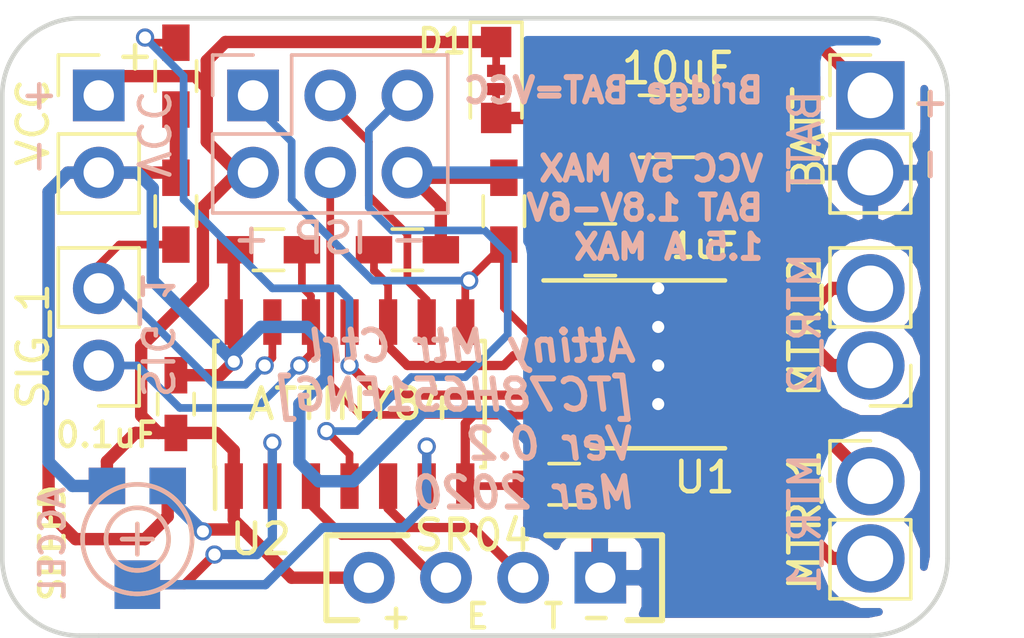
<source format=kicad_pcb>
(kicad_pcb (version 4) (host pcbnew 4.0.6)

  (general
    (links 53)
    (no_connects 0)
    (area 103.429999 73.584999 134.695001 94.055001)
    (thickness 1.6)
    (drawings 29)
    (tracks 247)
    (zones 0)
    (modules 22)
    (nets 20)
  )

  (page A)
  (title_block
    (title "Attiny H-Bridge")
    (date 2020-02-25)
    (rev 0.0)
    (company www.MakersBox.us)
    (comment 1 648.ken@gmail.com)
  )

  (layers
    (0 F.Cu signal)
    (31 B.Cu signal)
    (32 B.Adhes user)
    (33 F.Adhes user)
    (34 B.Paste user)
    (35 F.Paste user)
    (36 B.SilkS user)
    (37 F.SilkS user)
    (38 B.Mask user)
    (39 F.Mask user)
    (40 Dwgs.User user)
    (41 Cmts.User user)
    (42 Eco1.User user)
    (43 Eco2.User user)
    (44 Edge.Cuts user)
    (45 Margin user)
    (46 B.CrtYd user)
    (47 F.CrtYd user)
    (48 B.Fab user)
    (49 F.Fab user hide)
  )

  (setup
    (last_trace_width 0.254)
    (user_trace_width 0.254)
    (user_trace_width 0.3048)
    (user_trace_width 0.4064)
    (user_trace_width 0.4318)
    (user_trace_width 0.6096)
    (user_trace_width 0.9144)
    (user_trace_width 1.2192)
    (trace_clearance 0.2)
    (zone_clearance 0.508)
    (zone_45_only no)
    (trace_min 0.2)
    (segment_width 0.2)
    (edge_width 0.15)
    (via_size 0.6)
    (via_drill 0.4)
    (via_min_size 0.4)
    (via_min_drill 0.3)
    (uvia_size 0.3)
    (uvia_drill 0.1)
    (uvias_allowed no)
    (uvia_min_size 0.2)
    (uvia_min_drill 0.1)
    (pcb_text_width 0.3)
    (pcb_text_size 1.5 1.5)
    (mod_edge_width 0.15)
    (mod_text_size 1 1)
    (mod_text_width 0.15)
    (pad_size 1.7 1.7)
    (pad_drill 1)
    (pad_to_mask_clearance 0)
    (aux_axis_origin 0 0)
    (visible_elements 7FFFFFFF)
    (pcbplotparams
      (layerselection 0x00030_80000001)
      (usegerberextensions false)
      (excludeedgelayer true)
      (linewidth 0.100000)
      (plotframeref false)
      (viasonmask false)
      (mode 1)
      (useauxorigin false)
      (hpglpennumber 1)
      (hpglpenspeed 20)
      (hpglpendiameter 15)
      (hpglpenoverlay 2)
      (psnegative false)
      (psa4output false)
      (plotreference true)
      (plotvalue true)
      (plotinvisibletext false)
      (padsonsilk false)
      (subtractmaskfromsilk false)
      (outputformat 1)
      (mirror false)
      (drillshape 1)
      (scaleselection 1)
      (outputdirectory ../images/))
  )

  (net 0 "")
  (net 1 GND)
  (net 2 /SCK)
  (net 3 /MOSI)
  (net 4 /MISO)
  (net 5 VCC)
  (net 6 /RESET)
  (net 7 /VM)
  (net 8 /D9)
  (net 9 /D10)
  (net 10 "Net-(J3-Pad1)")
  (net 11 "Net-(J3-Pad2)")
  (net 12 "Net-(J5-Pad1)")
  (net 13 "Net-(J5-Pad2)")
  (net 14 /D2)
  (net 15 /D1)
  (net 16 /D7)
  (net 17 /D8)
  (net 18 /A0)
  (net 19 /A3)

  (net_class Default "This is the default net class."
    (clearance 0.2)
    (trace_width 0.25)
    (via_dia 0.6)
    (via_drill 0.4)
    (uvia_dia 0.3)
    (uvia_drill 0.1)
    (add_net /A0)
    (add_net /A3)
    (add_net /D1)
    (add_net /D10)
    (add_net /D2)
    (add_net /D7)
    (add_net /D8)
    (add_net /D9)
    (add_net /MISO)
    (add_net /MOSI)
    (add_net /RESET)
    (add_net /SCK)
    (add_net /VM)
    (add_net GND)
    (add_net "Net-(J3-Pad1)")
    (add_net "Net-(J3-Pad2)")
    (add_net "Net-(J5-Pad1)")
    (add_net "Net-(J5-Pad2)")
    (add_net VCC)
  )

  (module footprints:Pin_Header_Straight_1x02_Pitch2.54mm (layer F.Cu) (tedit 5E6FB280) (tstamp 5E55C546)
    (at 132.08 76.2)
    (descr "Through hole straight pin header, 1x02, 2.54mm pitch, single row")
    (tags "Through hole pin header THT 1x02 2.54mm single row")
    (path /5BA458A5)
    (fp_text reference J1 (at 0 -2.33) (layer F.SilkS) hide
      (effects (font (size 1 1) (thickness 0.15)))
    )
    (fp_text value BATT (at -2.032 1.397 90) (layer F.SilkS)
      (effects (font (size 1 1) (thickness 0.15)))
    )
    (fp_line (start -0.635 -1.27) (end 1.27 -1.27) (layer F.Fab) (width 0.1))
    (fp_line (start 1.27 -1.27) (end 1.27 3.81) (layer F.Fab) (width 0.1))
    (fp_line (start 1.27 3.81) (end -1.27 3.81) (layer F.Fab) (width 0.1))
    (fp_line (start -1.27 3.81) (end -1.27 -0.635) (layer F.Fab) (width 0.1))
    (fp_line (start -1.27 -0.635) (end -0.635 -1.27) (layer F.Fab) (width 0.1))
    (fp_line (start -1.33 3.87) (end 1.33 3.87) (layer F.SilkS) (width 0.12))
    (fp_line (start -1.33 1.27) (end -1.33 3.87) (layer F.SilkS) (width 0.12))
    (fp_line (start 1.33 1.27) (end 1.33 3.87) (layer F.SilkS) (width 0.12))
    (fp_line (start -1.33 1.27) (end 1.33 1.27) (layer F.SilkS) (width 0.12))
    (fp_line (start -1.33 0) (end -1.33 -1.33) (layer F.SilkS) (width 0.12))
    (fp_line (start -1.33 -1.33) (end 0 -1.33) (layer F.SilkS) (width 0.12))
    (fp_line (start -1.8 -1.8) (end -1.8 4.35) (layer F.CrtYd) (width 0.05))
    (fp_line (start -1.8 4.35) (end 1.8 4.35) (layer F.CrtYd) (width 0.05))
    (fp_line (start 1.8 4.35) (end 1.8 -1.8) (layer F.CrtYd) (width 0.05))
    (fp_line (start 1.8 -1.8) (end -1.8 -1.8) (layer F.CrtYd) (width 0.05))
    (fp_text user %R (at 0 1.27 90) (layer F.Fab)
      (effects (font (size 1 1) (thickness 0.15)))
    )
    (pad 1 thru_hole rect (at 0 0) (size 2.25 2.25) (drill 1.5) (layers *.Cu *.Mask)
      (net 7 /VM))
    (pad 2 thru_hole oval (at 0 2.54) (size 2.25 2.25) (drill 1.5) (layers *.Cu *.Mask)
      (net 1 GND))
    (model ${KISYS3DMOD}/Pin_Headers.3dshapes/Pin_Header_Straight_1x02_Pitch2.54mm.wrl
      (at (xyz 0 0 0))
      (scale (xyz 1 1 1))
      (rotate (xyz 0 0 0))
    )
  )

  (module footprints:Pin_Header_Straight_1x02_Pitch2.54mm (layer F.Cu) (tedit 5E6FB2C4) (tstamp 5E6AB8DD)
    (at 132.08 85.09 180)
    (descr "Through hole straight pin header, 1x02, 2.54mm pitch, single row")
    (tags "Through hole pin header THT 1x02 2.54mm single row")
    (path /5E6ABE34)
    (fp_text reference J5 (at 0 -2.33 180) (layer F.SilkS) hide
      (effects (font (size 1 1) (thickness 0.15)))
    )
    (fp_text value MTR_2 (at 2.159 1.27 270) (layer F.SilkS)
      (effects (font (size 1 1) (thickness 0.15)))
    )
    (fp_line (start -0.635 -1.27) (end 1.27 -1.27) (layer F.Fab) (width 0.1))
    (fp_line (start 1.27 -1.27) (end 1.27 3.81) (layer F.Fab) (width 0.1))
    (fp_line (start 1.27 3.81) (end -1.27 3.81) (layer F.Fab) (width 0.1))
    (fp_line (start -1.27 3.81) (end -1.27 -0.635) (layer F.Fab) (width 0.1))
    (fp_line (start -1.27 -0.635) (end -0.635 -1.27) (layer F.Fab) (width 0.1))
    (fp_line (start -1.33 3.87) (end 1.33 3.87) (layer F.SilkS) (width 0.12))
    (fp_line (start -1.33 1.27) (end -1.33 3.87) (layer F.SilkS) (width 0.12))
    (fp_line (start 1.33 1.27) (end 1.33 3.87) (layer F.SilkS) (width 0.12))
    (fp_line (start -1.33 1.27) (end 1.33 1.27) (layer F.SilkS) (width 0.12))
    (fp_line (start -1.33 0) (end -1.33 -1.33) (layer F.SilkS) (width 0.12))
    (fp_line (start -1.33 -1.33) (end 0 -1.33) (layer F.SilkS) (width 0.12))
    (fp_line (start -1.8 -1.8) (end -1.8 4.35) (layer F.CrtYd) (width 0.05))
    (fp_line (start -1.8 4.35) (end 1.8 4.35) (layer F.CrtYd) (width 0.05))
    (fp_line (start 1.8 4.35) (end 1.8 -1.8) (layer F.CrtYd) (width 0.05))
    (fp_line (start 1.8 -1.8) (end -1.8 -1.8) (layer F.CrtYd) (width 0.05))
    (fp_text user %R (at 0 1.27 270) (layer F.Fab)
      (effects (font (size 1 1) (thickness 0.15)))
    )
    (pad 1 thru_hole circle (at 0 0 180) (size 2.25 2.25) (drill 1.5) (layers *.Cu *.Mask)
      (net 12 "Net-(J5-Pad1)"))
    (pad 2 thru_hole oval (at 0 2.54 180) (size 2.25 2.25) (drill 1.5) (layers *.Cu *.Mask)
      (net 13 "Net-(J5-Pad2)"))
    (model ${KISYS3DMOD}/Pin_Headers.3dshapes/Pin_Header_Straight_1x02_Pitch2.54mm.wrl
      (at (xyz 0 0 0))
      (scale (xyz 1 1 1))
      (rotate (xyz 0 0 0))
    )
  )

  (module footprints:Pin_Header_Straight_1x02_Pitch2.54mm (layer F.Cu) (tedit 5E6FB272) (tstamp 5E55C55E)
    (at 132.08 88.9)
    (descr "Through hole straight pin header, 1x02, 2.54mm pitch, single row")
    (tags "Through hole pin header THT 1x02 2.54mm single row")
    (path /5BA45833)
    (fp_text reference J3 (at 0 -2.33) (layer F.SilkS) hide
      (effects (font (size 1 1) (thickness 0.15)))
    )
    (fp_text value MTR_1 (at -2.159 1.27 90) (layer F.SilkS)
      (effects (font (size 1 1) (thickness 0.15)))
    )
    (fp_line (start -0.635 -1.27) (end 1.27 -1.27) (layer F.Fab) (width 0.1))
    (fp_line (start 1.27 -1.27) (end 1.27 3.81) (layer F.Fab) (width 0.1))
    (fp_line (start 1.27 3.81) (end -1.27 3.81) (layer F.Fab) (width 0.1))
    (fp_line (start -1.27 3.81) (end -1.27 -0.635) (layer F.Fab) (width 0.1))
    (fp_line (start -1.27 -0.635) (end -0.635 -1.27) (layer F.Fab) (width 0.1))
    (fp_line (start -1.33 3.87) (end 1.33 3.87) (layer F.SilkS) (width 0.12))
    (fp_line (start -1.33 1.27) (end -1.33 3.87) (layer F.SilkS) (width 0.12))
    (fp_line (start 1.33 1.27) (end 1.33 3.87) (layer F.SilkS) (width 0.12))
    (fp_line (start -1.33 1.27) (end 1.33 1.27) (layer F.SilkS) (width 0.12))
    (fp_line (start -1.33 0) (end -1.33 -1.33) (layer F.SilkS) (width 0.12))
    (fp_line (start -1.33 -1.33) (end 0 -1.33) (layer F.SilkS) (width 0.12))
    (fp_line (start -1.8 -1.8) (end -1.8 4.35) (layer F.CrtYd) (width 0.05))
    (fp_line (start -1.8 4.35) (end 1.8 4.35) (layer F.CrtYd) (width 0.05))
    (fp_line (start 1.8 4.35) (end 1.8 -1.8) (layer F.CrtYd) (width 0.05))
    (fp_line (start 1.8 -1.8) (end -1.8 -1.8) (layer F.CrtYd) (width 0.05))
    (fp_text user %R (at 0 1.27 90) (layer F.Fab)
      (effects (font (size 1 1) (thickness 0.15)))
    )
    (pad 1 thru_hole circle (at 0 0) (size 2.25 2.25) (drill 1.5) (layers *.Cu *.Mask)
      (net 10 "Net-(J3-Pad1)"))
    (pad 2 thru_hole circle (at 0 2.54) (size 2.25 2.25) (drill 1.5) (layers *.Cu *.Mask)
      (net 11 "Net-(J3-Pad2)"))
    (model ${KISYS3DMOD}/Pin_Headers.3dshapes/Pin_Header_Straight_1x02_Pitch2.54mm.wrl
      (at (xyz 0 0 0))
      (scale (xyz 1 1 1))
      (rotate (xyz 0 0 0))
    )
  )

  (module footprints:Pin_Header_Straight_1x02_Pitch2.54mm (layer F.Cu) (tedit 5E6FDA0A) (tstamp 5E55C552)
    (at 106.68 85.09 180)
    (descr "Through hole straight pin header, 1x02, 2.54mm pitch, single row")
    (tags "Through hole pin header THT 1x02 2.54mm single row")
    (path /5E55F387)
    (fp_text reference J2 (at 0 -2.33 180) (layer F.SilkS) hide
      (effects (font (size 1 1) (thickness 0.15)))
    )
    (fp_text value SIG_1 (at 2.159 0.635 270) (layer F.SilkS)
      (effects (font (size 1 1) (thickness 0.15)))
    )
    (fp_line (start -0.635 -1.27) (end 1.27 -1.27) (layer F.Fab) (width 0.1))
    (fp_line (start 1.27 -1.27) (end 1.27 3.81) (layer F.Fab) (width 0.1))
    (fp_line (start 1.27 3.81) (end -1.27 3.81) (layer F.Fab) (width 0.1))
    (fp_line (start -1.27 3.81) (end -1.27 -0.635) (layer F.Fab) (width 0.1))
    (fp_line (start -1.27 -0.635) (end -0.635 -1.27) (layer F.Fab) (width 0.1))
    (fp_line (start -1.33 3.87) (end 1.33 3.87) (layer F.SilkS) (width 0.12))
    (fp_line (start -1.33 1.27) (end -1.33 3.87) (layer F.SilkS) (width 0.12))
    (fp_line (start 1.33 1.27) (end 1.33 3.87) (layer F.SilkS) (width 0.12))
    (fp_line (start -1.33 1.27) (end 1.33 1.27) (layer F.SilkS) (width 0.12))
    (fp_line (start -1.33 0) (end -1.33 -1.33) (layer F.SilkS) (width 0.12))
    (fp_line (start -1.33 -1.33) (end 0 -1.33) (layer F.SilkS) (width 0.12))
    (fp_line (start -1.8 -1.8) (end -1.8 4.35) (layer F.CrtYd) (width 0.05))
    (fp_line (start -1.8 4.35) (end 1.8 4.35) (layer F.CrtYd) (width 0.05))
    (fp_line (start 1.8 4.35) (end 1.8 -1.8) (layer F.CrtYd) (width 0.05))
    (fp_line (start 1.8 -1.8) (end -1.8 -1.8) (layer F.CrtYd) (width 0.05))
    (fp_text user %R (at 0 1.27 270) (layer F.Fab)
      (effects (font (size 1 1) (thickness 0.15)))
    )
    (pad 1 thru_hole circle (at 0 0 180) (size 1.7 1.7) (drill 1) (layers *.Cu *.Mask)
      (net 8 /D9))
    (pad 2 thru_hole oval (at 0 2.54 180) (size 1.7 1.7) (drill 1) (layers *.Cu *.Mask)
      (net 9 /D10))
    (model ${KISYS3DMOD}/Pin_Headers.3dshapes/Pin_Header_Straight_1x02_Pitch2.54mm.wrl
      (at (xyz 0 0 0))
      (scale (xyz 1 1 1))
      (rotate (xyz 0 0 0))
    )
  )

  (module footprints:Pot_Bourns_TC33 (layer B.Cu) (tedit 5E6FDA1A) (tstamp 5E569BEF)
    (at 107.95 90.805)
    (descr "Spindle Trimmer Potentiometer, Bourns 3214J, https://www.bourns.com/pdfs/3214.pdf")
    (tags "Spindle Trimmer Potentiometer   Bourns 3214J")
    (path /5E569C8F)
    (attr smd)
    (fp_text reference RV2 (at 1.75 3.5) (layer B.SilkS) hide
      (effects (font (size 1 1) (thickness 0.15)) (justify mirror))
    )
    (fp_text value ACCEL (at -2.794 0.127 90) (layer B.SilkS)
      (effects (font (size 0.8 0.8) (thickness 0.15)) (justify mirror))
    )
    (fp_line (start 0.25 0) (end 0.5 0) (layer B.SilkS) (width 0.15))
    (fp_line (start -0.5 0) (end 0.25 0) (layer B.SilkS) (width 0.15))
    (fp_line (start 0 0.5) (end 0 -0.5) (layer B.SilkS) (width 0.15))
    (fp_circle (center 0 0) (end -1 0.25) (layer B.SilkS) (width 0.15))
    (fp_circle (center 0 0) (end -1.5 -1) (layer B.SilkS) (width 0.15))
    (pad 1 smd rect (at -1 -1.75) (size 1.2 1.2) (layers B.Cu B.Mask)
      (net 1 GND))
    (pad 2 smd rect (at 0 1.5) (size 1.5 1.6) (layers B.Cu B.Mask)
      (net 19 /A3))
    (pad 3 smd rect (at 1 -1.75) (size 1.2 1.2) (layers B.Cu B.Mask)
      (net 5 VCC))
    (model Potentiometers.3dshapes/Potentiometer_Trimmer_Bourns_3214J.wrl
      (at (xyz 0.03 0 0))
      (scale (xyz 0.39 0.39 0.39))
      (rotate (xyz 0 0 0))
    )
  )

  (module footprints:Pin_Header_Straight_2x03_Pitch2.54mm (layer B.Cu) (tedit 5E56A43E) (tstamp 5E55CCB4)
    (at 111.76 76.2 270)
    (descr "Through hole straight pin header, 2x03, 2.54mm pitch, double rows")
    (tags "Through hole pin header THT 2x03 2.54mm double row")
    (path /5E55D2AB)
    (fp_text reference CON1 (at 1.27 2.33 270) (layer B.SilkS) hide
      (effects (font (size 1 1) (thickness 0.15)) (justify mirror))
    )
    (fp_text value AVR-ISP-6 (at 1.27 -7.41 270) (layer B.Fab)
      (effects (font (size 1 1) (thickness 0.15)) (justify mirror))
    )
    (fp_line (start 0 1.27) (end 3.81 1.27) (layer B.Fab) (width 0.1))
    (fp_line (start 3.81 1.27) (end 3.81 -6.35) (layer B.Fab) (width 0.1))
    (fp_line (start 3.81 -6.35) (end -1.27 -6.35) (layer B.Fab) (width 0.1))
    (fp_line (start -1.27 -6.35) (end -1.27 0) (layer B.Fab) (width 0.1))
    (fp_line (start -1.27 0) (end 0 1.27) (layer B.Fab) (width 0.1))
    (fp_line (start -1.33 -6.41) (end 3.87 -6.41) (layer B.SilkS) (width 0.12))
    (fp_line (start -1.33 -1.27) (end -1.33 -6.41) (layer B.SilkS) (width 0.12))
    (fp_line (start 3.87 1.33) (end 3.87 -6.41) (layer B.SilkS) (width 0.12))
    (fp_line (start -1.33 -1.27) (end 1.27 -1.27) (layer B.SilkS) (width 0.12))
    (fp_line (start 1.27 -1.27) (end 1.27 1.33) (layer B.SilkS) (width 0.12))
    (fp_line (start 1.27 1.33) (end 3.87 1.33) (layer B.SilkS) (width 0.12))
    (fp_line (start -1.33 0) (end -1.33 1.33) (layer B.SilkS) (width 0.12))
    (fp_line (start -1.33 1.33) (end 0 1.33) (layer B.SilkS) (width 0.12))
    (fp_line (start -1.8 1.8) (end -1.8 -6.85) (layer B.CrtYd) (width 0.05))
    (fp_line (start -1.8 -6.85) (end 4.35 -6.85) (layer B.CrtYd) (width 0.05))
    (fp_line (start 4.35 -6.85) (end 4.35 1.8) (layer B.CrtYd) (width 0.05))
    (fp_line (start 4.35 1.8) (end -1.8 1.8) (layer B.CrtYd) (width 0.05))
    (fp_text user %R (at 1.27 -2.54 540) (layer B.Fab)
      (effects (font (size 1 1) (thickness 0.15)) (justify mirror))
    )
    (pad 1 thru_hole rect (at 0 0 270) (size 1.7 1.7) (drill 1) (layers *.Cu *.Mask)
      (net 4 /MISO))
    (pad 2 thru_hole oval (at 2.54 0 270) (size 1.7 1.7) (drill 1) (layers *.Cu *.Mask)
      (net 5 VCC))
    (pad 3 thru_hole oval (at 0 -2.54 270) (size 1.7 1.7) (drill 1) (layers *.Cu *.Mask)
      (net 2 /SCK))
    (pad 4 thru_hole oval (at 2.54 -2.54 270) (size 1.7 1.7) (drill 1) (layers *.Cu *.Mask)
      (net 3 /MOSI))
    (pad 5 thru_hole oval (at 0 -5.08 270) (size 1.7 1.7) (drill 1) (layers *.Cu *.Mask)
      (net 6 /RESET))
    (pad 6 thru_hole oval (at 2.54 -5.08 270) (size 1.7 1.7) (drill 1) (layers *.Cu *.Mask)
      (net 1 GND))
    (model ${KISYS3DMOD}/Pin_Headers.3dshapes/Pin_Header_Straight_2x03_Pitch2.54mm.wrl
      (at (xyz 0 0 0))
      (scale (xyz 1 1 1))
      (rotate (xyz 0 0 0))
    )
  )

  (module footprints:Pin_Header_Straight_1x02_Pitch2.54mm (layer F.Cu) (tedit 5E6FDA07) (tstamp 5E56AFB0)
    (at 106.68 76.2)
    (descr "Through hole straight pin header, 1x02, 2.54mm pitch, single row")
    (tags "Through hole pin header THT 1x02 2.54mm single row")
    (path /5E56B418)
    (fp_text reference J4 (at 0 -2.33) (layer F.SilkS) hide
      (effects (font (size 1 1) (thickness 0.15)))
    )
    (fp_text value VCC (at -2.159 0.889 90) (layer F.SilkS)
      (effects (font (size 1 1) (thickness 0.15)))
    )
    (fp_line (start -0.635 -1.27) (end 1.27 -1.27) (layer F.Fab) (width 0.1))
    (fp_line (start 1.27 -1.27) (end 1.27 3.81) (layer F.Fab) (width 0.1))
    (fp_line (start 1.27 3.81) (end -1.27 3.81) (layer F.Fab) (width 0.1))
    (fp_line (start -1.27 3.81) (end -1.27 -0.635) (layer F.Fab) (width 0.1))
    (fp_line (start -1.27 -0.635) (end -0.635 -1.27) (layer F.Fab) (width 0.1))
    (fp_line (start -1.33 3.87) (end 1.33 3.87) (layer F.SilkS) (width 0.12))
    (fp_line (start -1.33 1.27) (end -1.33 3.87) (layer F.SilkS) (width 0.12))
    (fp_line (start 1.33 1.27) (end 1.33 3.87) (layer F.SilkS) (width 0.12))
    (fp_line (start -1.33 1.27) (end 1.33 1.27) (layer F.SilkS) (width 0.12))
    (fp_line (start -1.33 0) (end -1.33 -1.33) (layer F.SilkS) (width 0.12))
    (fp_line (start -1.33 -1.33) (end 0 -1.33) (layer F.SilkS) (width 0.12))
    (fp_line (start -1.8 -1.8) (end -1.8 4.35) (layer F.CrtYd) (width 0.05))
    (fp_line (start -1.8 4.35) (end 1.8 4.35) (layer F.CrtYd) (width 0.05))
    (fp_line (start 1.8 4.35) (end 1.8 -1.8) (layer F.CrtYd) (width 0.05))
    (fp_line (start 1.8 -1.8) (end -1.8 -1.8) (layer F.CrtYd) (width 0.05))
    (fp_text user %R (at 0 1.27 90) (layer F.Fab)
      (effects (font (size 1 1) (thickness 0.15)))
    )
    (pad 1 thru_hole rect (at 0 0) (size 1.7 1.7) (drill 1) (layers *.Cu *.Mask)
      (net 5 VCC))
    (pad 2 thru_hole oval (at 0 2.54) (size 1.7 1.7) (drill 1) (layers *.Cu *.Mask)
      (net 1 GND))
    (model ${KISYS3DMOD}/Pin_Headers.3dshapes/Pin_Header_Straight_1x02_Pitch2.54mm.wrl
      (at (xyz 0 0 0))
      (scale (xyz 1 1 1))
      (rotate (xyz 0 0 0))
    )
  )

  (module footprints:Pot_Bourns_TC33 (layer F.Cu) (tedit 5E6FDA15) (tstamp 5E55D12B)
    (at 107.95 90.805 180)
    (descr "Spindle Trimmer Potentiometer, Bourns 3214J, https://www.bourns.com/pdfs/3214.pdf")
    (tags "Spindle Trimmer Potentiometer   Bourns 3214J")
    (path /5E55F6F1)
    (attr smd)
    (fp_text reference RV1 (at 1.75 -3.5 180) (layer F.SilkS) hide
      (effects (font (size 1 1) (thickness 0.15)))
    )
    (fp_text value SPEED (at 2.794 -0.127 270) (layer F.SilkS)
      (effects (font (size 0.8 0.8) (thickness 0.15)))
    )
    (fp_line (start 0.25 0) (end 0.5 0) (layer F.SilkS) (width 0.15))
    (fp_line (start -0.5 0) (end 0.25 0) (layer F.SilkS) (width 0.15))
    (fp_line (start 0 -0.5) (end 0 0.5) (layer F.SilkS) (width 0.15))
    (fp_circle (center 0 0) (end -1 -0.25) (layer F.SilkS) (width 0.15))
    (fp_circle (center 0 0) (end -1.5 1) (layer F.SilkS) (width 0.15))
    (pad 1 smd rect (at -1 1.75 180) (size 1.2 1.2) (layers F.Cu F.Mask)
      (net 1 GND))
    (pad 2 smd rect (at 0 -1.5 180) (size 1.5 1.6) (layers F.Cu F.Mask)
      (net 18 /A0))
    (pad 3 smd rect (at 1 1.75 180) (size 1.2 1.2) (layers F.Cu F.Mask)
      (net 5 VCC))
    (model Potentiometers.3dshapes/Potentiometer_Trimmer_Bourns_3214J.wrl
      (at (xyz 0.03 0 0))
      (scale (xyz 0.39 0.39 0.39))
      (rotate (xyz 0 0 0))
    )
  )

  (module footprints:TSSOP-16_4.4x5mm_Pitch0.65mm (layer F.Cu) (tedit 5E700A4B) (tstamp 5E6AB927)
    (at 125.095 85.09)
    (descr "16-Lead Plastic Thin Shrink Small Outline (ST)-4.4 mm Body [TSSOP] (see Microchip Packaging Specification 00000049BS.pdf)")
    (tags "SSOP 0.65")
    (path /5E6AB4B9)
    (attr smd)
    (fp_text reference U1 (at 1.524 3.683) (layer F.SilkS)
      (effects (font (size 1 1) (thickness 0.15)))
    )
    (fp_text value TC78H651FNG (at 0 3.55) (layer F.Fab)
      (effects (font (size 1 1) (thickness 0.15)))
    )
    (fp_line (start -1.2 -2.5) (end 2.2 -2.5) (layer F.Fab) (width 0.15))
    (fp_line (start 2.2 -2.5) (end 2.2 2.5) (layer F.Fab) (width 0.15))
    (fp_line (start 2.2 2.5) (end -2.2 2.5) (layer F.Fab) (width 0.15))
    (fp_line (start -2.2 2.5) (end -2.2 -1.5) (layer F.Fab) (width 0.15))
    (fp_line (start -2.2 -1.5) (end -1.2 -2.5) (layer F.Fab) (width 0.15))
    (fp_line (start -3.95 -2.9) (end -3.95 2.8) (layer F.CrtYd) (width 0.05))
    (fp_line (start 3.95 -2.9) (end 3.95 2.8) (layer F.CrtYd) (width 0.05))
    (fp_line (start -3.95 -2.9) (end 3.95 -2.9) (layer F.CrtYd) (width 0.05))
    (fp_line (start -3.95 2.8) (end 3.95 2.8) (layer F.CrtYd) (width 0.05))
    (fp_line (start -2.2 2.725) (end 2.2 2.725) (layer F.SilkS) (width 0.15))
    (fp_line (start -3.775 -2.8) (end 2.2 -2.8) (layer F.SilkS) (width 0.15))
    (fp_text user %R (at 0 0) (layer F.Fab)
      (effects (font (size 0.8 0.8) (thickness 0.15)))
    )
    (pad 1 smd rect (at -2.95 -2.275) (size 1.5 0.45) (layers F.Cu F.Paste F.Mask)
      (net 7 /VM))
    (pad 2 smd rect (at -2.95 -1.625) (size 1.5 0.45) (layers F.Cu F.Paste F.Mask))
    (pad 3 smd rect (at -2.95 -0.975) (size 1.5 0.45) (layers F.Cu F.Paste F.Mask)
      (net 4 /MISO))
    (pad 4 smd rect (at -2.95 -0.325) (size 1.5 0.45) (layers F.Cu F.Paste F.Mask)
      (net 16 /D7))
    (pad 5 smd rect (at -2.95 0.325) (size 1.5 0.45) (layers F.Cu F.Paste F.Mask))
    (pad 6 smd rect (at -2.95 0.975) (size 1.5 0.45) (layers F.Cu F.Paste F.Mask)
      (net 17 /D8))
    (pad 7 smd rect (at -2.95 1.625) (size 1.5 0.45) (layers F.Cu F.Paste F.Mask)
      (net 3 /MOSI))
    (pad 8 smd rect (at -2.95 2.275) (size 1.5 0.45) (layers F.Cu F.Paste F.Mask))
    (pad 9 smd rect (at 2.95 2.275) (size 1.5 0.45) (layers F.Cu F.Paste F.Mask)
      (net 1 GND))
    (pad 10 smd rect (at 2.95 1.625) (size 1.5 0.45) (layers F.Cu F.Paste F.Mask))
    (pad 11 smd rect (at 2.95 0.975) (size 1.5 0.45) (layers F.Cu F.Paste F.Mask)
      (net 11 "Net-(J3-Pad2)"))
    (pad 12 smd rect (at 2.95 0.325) (size 1.5 0.45) (layers F.Cu F.Paste F.Mask)
      (net 10 "Net-(J3-Pad1)"))
    (pad 13 smd rect (at 2.95 -0.325) (size 1.5 0.45) (layers F.Cu F.Paste F.Mask))
    (pad 14 smd rect (at 2.95 -0.975) (size 1.5 0.45) (layers F.Cu F.Paste F.Mask)
      (net 12 "Net-(J5-Pad1)"))
    (pad 15 smd rect (at 2.95 -1.625) (size 1.5 0.45) (layers F.Cu F.Paste F.Mask)
      (net 13 "Net-(J5-Pad2)"))
    (pad 16 smd rect (at 2.95 -2.275) (size 1.5 0.45) (layers F.Cu F.Paste F.Mask))
    (model ${KISYS3DMOD}/Housings_SSOP.3dshapes/TSSOP-16_4.4x5mm_Pitch0.65mm.wrl
      (at (xyz 0 0 0))
      (scale (xyz 1 1 1))
      (rotate (xyz 0 0 0))
    )
  )

  (module footprints:SOIC-14_3.9x8.7mm_Pitch1.27mm (layer F.Cu) (tedit 5E700A3D) (tstamp 5E6AB939)
    (at 114.935 86.36 90)
    (descr "14-Lead Plastic Small Outline (SL) - Narrow, 3.90 mm Body [SOIC] (see Microchip Packaging Specification 00000049BS.pdf)")
    (tags "SOIC 1.27")
    (path /5E6ACB7E)
    (attr smd)
    (fp_text reference U2 (at -4.445 -2.921 180) (layer F.SilkS)
      (effects (font (size 1 1) (thickness 0.15)))
    )
    (fp_text value ATTINY84 (at 0 0 180) (layer F.SilkS)
      (effects (font (size 1 1) (thickness 0.15)))
    )
    (fp_text user %R (at 0 0 90) (layer F.Fab)
      (effects (font (size 0.9 0.9) (thickness 0.135)))
    )
    (fp_line (start -0.95 -4.35) (end 1.95 -4.35) (layer F.Fab) (width 0.15))
    (fp_line (start 1.95 -4.35) (end 1.95 4.35) (layer F.Fab) (width 0.15))
    (fp_line (start 1.95 4.35) (end -1.95 4.35) (layer F.Fab) (width 0.15))
    (fp_line (start -1.95 4.35) (end -1.95 -3.35) (layer F.Fab) (width 0.15))
    (fp_line (start -1.95 -3.35) (end -0.95 -4.35) (layer F.Fab) (width 0.15))
    (fp_line (start -3.7 -4.65) (end -3.7 4.65) (layer F.CrtYd) (width 0.05))
    (fp_line (start 3.7 -4.65) (end 3.7 4.65) (layer F.CrtYd) (width 0.05))
    (fp_line (start -3.7 -4.65) (end 3.7 -4.65) (layer F.CrtYd) (width 0.05))
    (fp_line (start -3.7 4.65) (end 3.7 4.65) (layer F.CrtYd) (width 0.05))
    (fp_line (start -2.075 -4.45) (end -2.075 -4.425) (layer F.SilkS) (width 0.15))
    (fp_line (start 2.075 -4.45) (end 2.075 -4.335) (layer F.SilkS) (width 0.15))
    (fp_line (start 2.075 4.45) (end 2.075 4.335) (layer F.SilkS) (width 0.15))
    (fp_line (start -2.075 4.45) (end -2.075 4.335) (layer F.SilkS) (width 0.15))
    (fp_line (start -2.075 -4.45) (end 2.075 -4.45) (layer F.SilkS) (width 0.15))
    (fp_line (start -2.075 4.45) (end 2.075 4.45) (layer F.SilkS) (width 0.15))
    (fp_line (start -2.075 -4.425) (end -3.45 -4.425) (layer F.SilkS) (width 0.15))
    (pad 1 smd rect (at -2.7 -3.81 90) (size 1.5 0.6) (layers F.Cu F.Paste F.Mask)
      (net 5 VCC))
    (pad 2 smd rect (at -2.7 -2.54 90) (size 1.5 0.6) (layers F.Cu F.Paste F.Mask)
      (net 18 /A0))
    (pad 3 smd rect (at -2.7 -1.27 90) (size 1.5 0.6) (layers F.Cu F.Paste F.Mask)
      (net 15 /D1))
    (pad 4 smd rect (at -2.7 0 90) (size 1.5 0.6) (layers F.Cu F.Paste F.Mask)
      (net 6 /RESET))
    (pad 5 smd rect (at -2.7 1.27 90) (size 1.5 0.6) (layers F.Cu F.Paste F.Mask)
      (net 14 /D2))
    (pad 6 smd rect (at -2.7 2.54 90) (size 1.5 0.6) (layers F.Cu F.Paste F.Mask)
      (net 19 /A3))
    (pad 7 smd rect (at -2.7 3.81 90) (size 1.5 0.6) (layers F.Cu F.Paste F.Mask)
      (net 3 /MOSI))
    (pad 8 smd rect (at 2.7 3.81 90) (size 1.5 0.6) (layers F.Cu F.Paste F.Mask)
      (net 4 /MISO))
    (pad 9 smd rect (at 2.7 2.54 90) (size 1.5 0.6) (layers F.Cu F.Paste F.Mask)
      (net 2 /SCK))
    (pad 10 smd rect (at 2.7 1.27 90) (size 1.5 0.6) (layers F.Cu F.Paste F.Mask)
      (net 16 /D7))
    (pad 11 smd rect (at 2.7 0 90) (size 1.5 0.6) (layers F.Cu F.Paste F.Mask)
      (net 17 /D8))
    (pad 12 smd rect (at 2.7 -1.27 90) (size 1.5 0.6) (layers F.Cu F.Paste F.Mask)
      (net 8 /D9))
    (pad 13 smd rect (at 2.7 -2.54 90) (size 1.5 0.6) (layers F.Cu F.Paste F.Mask)
      (net 9 /D10))
    (pad 14 smd rect (at 2.7 -3.81 90) (size 1.5 0.6) (layers F.Cu F.Paste F.Mask)
      (net 1 GND))
    (model ${KISYS3DMOD}/Housings_SOIC.3dshapes/SOIC-14_3.9x8.7mm_Pitch1.27mm.wrl
      (at (xyz 0 0 0))
      (scale (xyz 1 1 1))
      (rotate (xyz 0 0 0))
    )
  )

  (module footprints:C_0603_HandSoldering (layer F.Cu) (tedit 5E7009F2) (tstamp 5E6ABFFC)
    (at 109.22 86.36 90)
    (descr "Capacitor SMD 0603, hand soldering")
    (tags "capacitor 0603")
    (path /5C80253D)
    (attr smd)
    (fp_text reference C1 (at 2.413 0.127 180) (layer F.SilkS) hide
      (effects (font (size 0.8 0.8) (thickness 0.1)))
    )
    (fp_text value 0.1uF (at -1.016 -2.286 180) (layer F.SilkS)
      (effects (font (size 0.8 0.8) (thickness 0.15)))
    )
    (fp_text user %R (at 0 -1.25 90) (layer F.Fab)
      (effects (font (size 1 1) (thickness 0.15)))
    )
    (fp_line (start -0.8 0.4) (end -0.8 -0.4) (layer F.Fab) (width 0.1))
    (fp_line (start 0.8 0.4) (end -0.8 0.4) (layer F.Fab) (width 0.1))
    (fp_line (start 0.8 -0.4) (end 0.8 0.4) (layer F.Fab) (width 0.1))
    (fp_line (start -0.8 -0.4) (end 0.8 -0.4) (layer F.Fab) (width 0.1))
    (fp_line (start -0.35 -0.6) (end 0.35 -0.6) (layer F.SilkS) (width 0.12))
    (fp_line (start 0.35 0.6) (end -0.35 0.6) (layer F.SilkS) (width 0.12))
    (fp_line (start -1.8 -0.65) (end 1.8 -0.65) (layer F.CrtYd) (width 0.05))
    (fp_line (start -1.8 -0.65) (end -1.8 0.65) (layer F.CrtYd) (width 0.05))
    (fp_line (start 1.8 0.65) (end 1.8 -0.65) (layer F.CrtYd) (width 0.05))
    (fp_line (start 1.8 0.65) (end -1.8 0.65) (layer F.CrtYd) (width 0.05))
    (pad 1 smd rect (at -0.95 0 90) (size 1.2 0.75) (layers F.Cu F.Paste F.Mask)
      (net 5 VCC))
    (pad 2 smd rect (at 0.95 0 90) (size 1.2 0.75) (layers F.Cu F.Paste F.Mask)
      (net 1 GND))
    (model Capacitors_SMD.3dshapes/C_0603.wrl
      (at (xyz 0 0 0))
      (scale (xyz 1 1 1))
      (rotate (xyz 0 0 0))
    )
  )

  (module footprints:R_0603_HandSoldering (layer F.Cu) (tedit 5E6FB1B5) (tstamp 5E6AC008)
    (at 109.22 75.565 270)
    (descr "Resistor SMD 0603, hand soldering")
    (tags "resistor 0603")
    (path /5E6AEC94)
    (attr smd)
    (fp_text reference R3 (at 0 -1.45 270) (layer F.SilkS) hide
      (effects (font (size 1 1) (thickness 0.15)))
    )
    (fp_text value 10K (at 0 1.55 270) (layer F.Fab)
      (effects (font (size 1 1) (thickness 0.15)))
    )
    (fp_text user %R (at 0 0 270) (layer F.Fab)
      (effects (font (size 0.4 0.4) (thickness 0.075)))
    )
    (fp_line (start -0.8 0.4) (end -0.8 -0.4) (layer F.Fab) (width 0.1))
    (fp_line (start 0.8 0.4) (end -0.8 0.4) (layer F.Fab) (width 0.1))
    (fp_line (start 0.8 -0.4) (end 0.8 0.4) (layer F.Fab) (width 0.1))
    (fp_line (start -0.8 -0.4) (end 0.8 -0.4) (layer F.Fab) (width 0.1))
    (fp_line (start 0.5 0.68) (end -0.5 0.68) (layer F.SilkS) (width 0.12))
    (fp_line (start -0.5 -0.68) (end 0.5 -0.68) (layer F.SilkS) (width 0.12))
    (fp_line (start -1.96 -0.7) (end 1.95 -0.7) (layer F.CrtYd) (width 0.05))
    (fp_line (start -1.96 -0.7) (end -1.96 0.7) (layer F.CrtYd) (width 0.05))
    (fp_line (start 1.95 0.7) (end 1.95 -0.7) (layer F.CrtYd) (width 0.05))
    (fp_line (start 1.95 0.7) (end -1.96 0.7) (layer F.CrtYd) (width 0.05))
    (pad 1 smd rect (at -1.1 0 270) (size 1.2 0.9) (layers F.Cu F.Paste F.Mask)
      (net 17 /D8))
    (pad 2 smd rect (at 1.1 0 270) (size 1.2 0.9) (layers F.Cu F.Paste F.Mask)
      (net 1 GND))
    (model ${KISYS3DMOD}/Resistors_SMD.3dshapes/R_0603.wrl
      (at (xyz 0 0 0))
      (scale (xyz 1 1 1))
      (rotate (xyz 0 0 0))
    )
  )

  (module footprints:R_0603_HandSoldering (layer F.Cu) (tedit 5E6FB1B9) (tstamp 5E6AC00E)
    (at 122 89)
    (descr "Resistor SMD 0603, hand soldering")
    (tags "resistor 0603")
    (path /5E6AEB6F)
    (attr smd)
    (fp_text reference R4 (at 0 -1.45) (layer F.SilkS) hide
      (effects (font (size 1 1) (thickness 0.15)))
    )
    (fp_text value 10K (at 0 1.55) (layer F.Fab)
      (effects (font (size 1 1) (thickness 0.15)))
    )
    (fp_text user %R (at 0 0) (layer F.Fab)
      (effects (font (size 0.4 0.4) (thickness 0.075)))
    )
    (fp_line (start -0.8 0.4) (end -0.8 -0.4) (layer F.Fab) (width 0.1))
    (fp_line (start 0.8 0.4) (end -0.8 0.4) (layer F.Fab) (width 0.1))
    (fp_line (start 0.8 -0.4) (end 0.8 0.4) (layer F.Fab) (width 0.1))
    (fp_line (start -0.8 -0.4) (end 0.8 -0.4) (layer F.Fab) (width 0.1))
    (fp_line (start 0.5 0.68) (end -0.5 0.68) (layer F.SilkS) (width 0.12))
    (fp_line (start -0.5 -0.68) (end 0.5 -0.68) (layer F.SilkS) (width 0.12))
    (fp_line (start -1.96 -0.7) (end 1.95 -0.7) (layer F.CrtYd) (width 0.05))
    (fp_line (start -1.96 -0.7) (end -1.96 0.7) (layer F.CrtYd) (width 0.05))
    (fp_line (start 1.95 0.7) (end 1.95 -0.7) (layer F.CrtYd) (width 0.05))
    (fp_line (start 1.95 0.7) (end -1.96 0.7) (layer F.CrtYd) (width 0.05))
    (pad 1 smd rect (at -1.1 0) (size 1.2 0.9) (layers F.Cu F.Paste F.Mask)
      (net 3 /MOSI))
    (pad 2 smd rect (at 1.1 0) (size 1.2 0.9) (layers F.Cu F.Paste F.Mask)
      (net 1 GND))
    (model ${KISYS3DMOD}/Resistors_SMD.3dshapes/R_0603.wrl
      (at (xyz 0 0 0))
      (scale (xyz 1 1 1))
      (rotate (xyz 0 0 0))
    )
  )

  (module footprints:R_0603_HandSoldering (layer F.Cu) (tedit 5E6FB19C) (tstamp 5E6AC014)
    (at 116.84 81.28)
    (descr "Resistor SMD 0603, hand soldering")
    (tags "resistor 0603")
    (path /5E6AEC0B)
    (attr smd)
    (fp_text reference R5 (at 0 -1.45) (layer F.SilkS) hide
      (effects (font (size 1 1) (thickness 0.15)))
    )
    (fp_text value 10K (at 0 1.55) (layer F.Fab)
      (effects (font (size 1 1) (thickness 0.15)))
    )
    (fp_text user %R (at 0 0) (layer F.Fab)
      (effects (font (size 0.4 0.4) (thickness 0.075)))
    )
    (fp_line (start -0.8 0.4) (end -0.8 -0.4) (layer F.Fab) (width 0.1))
    (fp_line (start 0.8 0.4) (end -0.8 0.4) (layer F.Fab) (width 0.1))
    (fp_line (start 0.8 -0.4) (end 0.8 0.4) (layer F.Fab) (width 0.1))
    (fp_line (start -0.8 -0.4) (end 0.8 -0.4) (layer F.Fab) (width 0.1))
    (fp_line (start 0.5 0.68) (end -0.5 0.68) (layer F.SilkS) (width 0.12))
    (fp_line (start -0.5 -0.68) (end 0.5 -0.68) (layer F.SilkS) (width 0.12))
    (fp_line (start -1.96 -0.7) (end 1.95 -0.7) (layer F.CrtYd) (width 0.05))
    (fp_line (start -1.96 -0.7) (end -1.96 0.7) (layer F.CrtYd) (width 0.05))
    (fp_line (start 1.95 0.7) (end 1.95 -0.7) (layer F.CrtYd) (width 0.05))
    (fp_line (start 1.95 0.7) (end -1.96 0.7) (layer F.CrtYd) (width 0.05))
    (pad 1 smd rect (at -1.1 0) (size 1.2 0.9) (layers F.Cu F.Paste F.Mask)
      (net 16 /D7))
    (pad 2 smd rect (at 1.1 0) (size 1.2 0.9) (layers F.Cu F.Paste F.Mask)
      (net 1 GND))
    (model ${KISYS3DMOD}/Resistors_SMD.3dshapes/R_0603.wrl
      (at (xyz 0 0 0))
      (scale (xyz 1 1 1))
      (rotate (xyz 0 0 0))
    )
  )

  (module footprints:R_0603_HandSoldering (layer F.Cu) (tedit 5E6FB1A0) (tstamp 5E6AC01A)
    (at 120.015 80.01 90)
    (descr "Resistor SMD 0603, hand soldering")
    (tags "resistor 0603")
    (path /5E6AEC4F)
    (attr smd)
    (fp_text reference R6 (at 0 -1.45 90) (layer F.SilkS) hide
      (effects (font (size 1 1) (thickness 0.15)))
    )
    (fp_text value 10K (at 0 1.55 90) (layer F.Fab)
      (effects (font (size 1 1) (thickness 0.15)))
    )
    (fp_text user %R (at 0 0 90) (layer F.Fab)
      (effects (font (size 0.4 0.4) (thickness 0.075)))
    )
    (fp_line (start -0.8 0.4) (end -0.8 -0.4) (layer F.Fab) (width 0.1))
    (fp_line (start 0.8 0.4) (end -0.8 0.4) (layer F.Fab) (width 0.1))
    (fp_line (start 0.8 -0.4) (end 0.8 0.4) (layer F.Fab) (width 0.1))
    (fp_line (start -0.8 -0.4) (end 0.8 -0.4) (layer F.Fab) (width 0.1))
    (fp_line (start 0.5 0.68) (end -0.5 0.68) (layer F.SilkS) (width 0.12))
    (fp_line (start -0.5 -0.68) (end 0.5 -0.68) (layer F.SilkS) (width 0.12))
    (fp_line (start -1.96 -0.7) (end 1.95 -0.7) (layer F.CrtYd) (width 0.05))
    (fp_line (start -1.96 -0.7) (end -1.96 0.7) (layer F.CrtYd) (width 0.05))
    (fp_line (start 1.95 0.7) (end 1.95 -0.7) (layer F.CrtYd) (width 0.05))
    (fp_line (start 1.95 0.7) (end -1.96 0.7) (layer F.CrtYd) (width 0.05))
    (pad 1 smd rect (at -1.1 0 90) (size 1.2 0.9) (layers F.Cu F.Paste F.Mask)
      (net 4 /MISO))
    (pad 2 smd rect (at 1.1 0 90) (size 1.2 0.9) (layers F.Cu F.Paste F.Mask)
      (net 1 GND))
    (model ${KISYS3DMOD}/Resistors_SMD.3dshapes/R_0603.wrl
      (at (xyz 0 0 0))
      (scale (xyz 1 1 1))
      (rotate (xyz 0 0 0))
    )
  )

  (module footprints:R_0603_HandSoldering (layer F.Cu) (tedit 5E6FB195) (tstamp 5E6AC020)
    (at 109.22 80.01 90)
    (descr "Resistor SMD 0603, hand soldering")
    (tags "resistor 0603")
    (path /5E6B31E5)
    (attr smd)
    (fp_text reference R8 (at 2.794 0 90) (layer F.SilkS) hide
      (effects (font (size 1 1) (thickness 0.15)))
    )
    (fp_text value 10K (at 0 1.55 90) (layer F.Fab)
      (effects (font (size 1 1) (thickness 0.15)))
    )
    (fp_text user %R (at 0 0 90) (layer F.Fab)
      (effects (font (size 0.4 0.4) (thickness 0.075)))
    )
    (fp_line (start -0.8 0.4) (end -0.8 -0.4) (layer F.Fab) (width 0.1))
    (fp_line (start 0.8 0.4) (end -0.8 0.4) (layer F.Fab) (width 0.1))
    (fp_line (start 0.8 -0.4) (end 0.8 0.4) (layer F.Fab) (width 0.1))
    (fp_line (start -0.8 -0.4) (end 0.8 -0.4) (layer F.Fab) (width 0.1))
    (fp_line (start 0.5 0.68) (end -0.5 0.68) (layer F.SilkS) (width 0.12))
    (fp_line (start -0.5 -0.68) (end 0.5 -0.68) (layer F.SilkS) (width 0.12))
    (fp_line (start -1.96 -0.7) (end 1.95 -0.7) (layer F.CrtYd) (width 0.05))
    (fp_line (start -1.96 -0.7) (end -1.96 0.7) (layer F.CrtYd) (width 0.05))
    (fp_line (start 1.95 0.7) (end 1.95 -0.7) (layer F.CrtYd) (width 0.05))
    (fp_line (start 1.95 0.7) (end -1.96 0.7) (layer F.CrtYd) (width 0.05))
    (pad 1 smd rect (at -1.1 0 90) (size 1.2 0.9) (layers F.Cu F.Paste F.Mask)
      (net 9 /D10))
    (pad 2 smd rect (at 1.1 0 90) (size 1.2 0.9) (layers F.Cu F.Paste F.Mask)
      (net 1 GND))
    (model ${KISYS3DMOD}/Resistors_SMD.3dshapes/R_0603.wrl
      (at (xyz 0 0 0))
      (scale (xyz 1 1 1))
      (rotate (xyz 0 0 0))
    )
  )

  (module footprints:R_0603_HandSoldering (layer F.Cu) (tedit 5E6FB198) (tstamp 5E6AC02C)
    (at 112.268 81.28 180)
    (descr "Resistor SMD 0603, hand soldering")
    (tags "resistor 0603")
    (path /5E6B327B)
    (attr smd)
    (fp_text reference R10 (at 0 -1.45 180) (layer F.SilkS) hide
      (effects (font (size 1 1) (thickness 0.15)))
    )
    (fp_text value 10K (at 0 1.55 180) (layer F.Fab)
      (effects (font (size 1 1) (thickness 0.15)))
    )
    (fp_text user %R (at 0 0 180) (layer F.Fab)
      (effects (font (size 0.4 0.4) (thickness 0.075)))
    )
    (fp_line (start -0.8 0.4) (end -0.8 -0.4) (layer F.Fab) (width 0.1))
    (fp_line (start 0.8 0.4) (end -0.8 0.4) (layer F.Fab) (width 0.1))
    (fp_line (start 0.8 -0.4) (end 0.8 0.4) (layer F.Fab) (width 0.1))
    (fp_line (start -0.8 -0.4) (end 0.8 -0.4) (layer F.Fab) (width 0.1))
    (fp_line (start 0.5 0.68) (end -0.5 0.68) (layer F.SilkS) (width 0.12))
    (fp_line (start -0.5 -0.68) (end 0.5 -0.68) (layer F.SilkS) (width 0.12))
    (fp_line (start -1.96 -0.7) (end 1.95 -0.7) (layer F.CrtYd) (width 0.05))
    (fp_line (start -1.96 -0.7) (end -1.96 0.7) (layer F.CrtYd) (width 0.05))
    (fp_line (start 1.95 0.7) (end 1.95 -0.7) (layer F.CrtYd) (width 0.05))
    (fp_line (start 1.95 0.7) (end -1.96 0.7) (layer F.CrtYd) (width 0.05))
    (pad 1 smd rect (at -1.1 0 180) (size 1.2 0.9) (layers F.Cu F.Paste F.Mask)
      (net 8 /D9))
    (pad 2 smd rect (at 1.1 0 180) (size 1.2 0.9) (layers F.Cu F.Paste F.Mask)
      (net 1 GND))
    (model ${KISYS3DMOD}/Resistors_SMD.3dshapes/R_0603.wrl
      (at (xyz 0 0 0))
      (scale (xyz 1 1 1))
      (rotate (xyz 0 0 0))
    )
  )

  (module footprints:D_SOD-323_HandSoldering (layer F.Cu) (tedit 5E6FBE8F) (tstamp 5E6FBBE3)
    (at 119.761 75.692 270)
    (descr SOD-323)
    (tags SOD-323)
    (path /5E6FD3A8)
    (attr smd)
    (fp_text reference D1 (at -1.27 1.778 360) (layer F.SilkS)
      (effects (font (size 0.8 0.8) (thickness 0.15)))
    )
    (fp_text value Diode (at 0.1 1.9 270) (layer F.Fab)
      (effects (font (size 1 1) (thickness 0.15)))
    )
    (fp_text user %R (at 0 -1.85 270) (layer F.Fab)
      (effects (font (size 1 1) (thickness 0.15)))
    )
    (fp_line (start -1.9 -0.85) (end -1.9 0.85) (layer F.SilkS) (width 0.12))
    (fp_line (start 0.2 0) (end 0.45 0) (layer F.Fab) (width 0.1))
    (fp_line (start 0.2 0.35) (end -0.3 0) (layer F.Fab) (width 0.1))
    (fp_line (start 0.2 -0.35) (end 0.2 0.35) (layer F.Fab) (width 0.1))
    (fp_line (start -0.3 0) (end 0.2 -0.35) (layer F.Fab) (width 0.1))
    (fp_line (start -0.3 0) (end -0.5 0) (layer F.Fab) (width 0.1))
    (fp_line (start -0.3 -0.35) (end -0.3 0.35) (layer F.Fab) (width 0.1))
    (fp_line (start -0.9 0.7) (end -0.9 -0.7) (layer F.Fab) (width 0.1))
    (fp_line (start 0.9 0.7) (end -0.9 0.7) (layer F.Fab) (width 0.1))
    (fp_line (start 0.9 -0.7) (end 0.9 0.7) (layer F.Fab) (width 0.1))
    (fp_line (start -0.9 -0.7) (end 0.9 -0.7) (layer F.Fab) (width 0.1))
    (fp_line (start -2 -0.95) (end 2 -0.95) (layer F.CrtYd) (width 0.05))
    (fp_line (start 2 -0.95) (end 2 0.95) (layer F.CrtYd) (width 0.05))
    (fp_line (start -2 0.95) (end 2 0.95) (layer F.CrtYd) (width 0.05))
    (fp_line (start -2 -0.95) (end -2 0.95) (layer F.CrtYd) (width 0.05))
    (fp_line (start -1.9 0.85) (end 1.25 0.85) (layer F.SilkS) (width 0.12))
    (fp_line (start -1.9 -0.85) (end 1.25 -0.85) (layer F.SilkS) (width 0.12))
    (pad 1 smd rect (at -1.25 0 270) (size 1 1) (layers F.Cu F.Paste F.Mask)
      (net 5 VCC))
    (pad 2 smd rect (at 1.25 0 270) (size 1 1) (layers F.Cu F.Paste F.Mask)
      (net 7 /VM))
    (model ${KISYS3DMOD}/Diodes_SMD.3dshapes/D_SOD-323.wrl
      (at (xyz 0 0 0))
      (scale (xyz 1 1 1))
      (rotate (xyz 0 0 0))
    )
  )

  (module footprints:Jumper (layer F.Cu) (tedit 5E6FBE78) (tstamp 5E6FC2DE)
    (at 119.761 75.692 270)
    (path /5E6FDF07)
    (attr smd)
    (fp_text reference JP1 (at 0 1.143 270) (layer F.SilkS) hide
      (effects (font (size 1 1) (thickness 0.15)))
    )
    (fp_text value JMP (at 0 1.25 270) (layer F.Fab) hide
      (effects (font (size 1 1) (thickness 0.15)))
    )
    (fp_text user %R (at 0 -1.2 270) (layer F.Fab)
      (effects (font (size 1 1) (thickness 0.15)))
    )
    (fp_line (start -0.5 0.25) (end -0.5 -0.25) (layer F.Fab) (width 0.1))
    (fp_line (start 0.5 0.25) (end -0.5 0.25) (layer F.Fab) (width 0.1))
    (fp_line (start 0.5 -0.25) (end 0.5 0.25) (layer F.Fab) (width 0.1))
    (fp_line (start -0.5 -0.25) (end 0.5 -0.25) (layer F.Fab) (width 0.1))
    (fp_line (start -0.8 -0.45) (end 0.8 -0.45) (layer F.CrtYd) (width 0.05))
    (fp_line (start -0.8 -0.45) (end -0.8 0.45) (layer F.CrtYd) (width 0.05))
    (fp_line (start 0.8 0.45) (end 0.8 -0.45) (layer F.CrtYd) (width 0.05))
    (fp_line (start 0.8 0.45) (end -0.8 0.45) (layer F.CrtYd) (width 0.05))
    (pad 1 smd rect (at -0.3 0 270) (size 0.4 0.6) (layers F.Cu F.Paste F.Mask)
      (net 5 VCC))
    (pad 2 smd rect (at 0.3 0 270) (size 0.4 0.6) (layers F.Cu F.Paste F.Mask)
      (net 7 /VM))
    (model ${KISYS3DMOD}/Resistors_SMD.3dshapes/R_0402.wrl
      (at (xyz 0 0 0))
      (scale (xyz 1 1 1))
      (rotate (xyz 0 0 0))
    )
  )

  (module footprints:Pin_Header_Straight_1x04_Pitch2.54mm (layer F.Cu) (tedit 5E6FD7EE) (tstamp 5E6FD51B)
    (at 123.19 92.075 270)
    (descr "Through hole straight pin header, 1x04, 2.54mm pitch, single row")
    (tags "Through hole pin header THT 1x04 2.54mm single row")
    (path /5E6FF7BD)
    (fp_text reference J6 (at 0 -2.33 270) (layer F.SilkS) hide
      (effects (font (size 1 1) (thickness 0.15)))
    )
    (fp_text value SR04 (at -1.397 4.191 360) (layer F.SilkS)
      (effects (font (size 1 1) (thickness 0.15)))
    )
    (fp_line (start -0.635 -1.27) (end 1.27 -1.27) (layer F.Fab) (width 0.1))
    (fp_line (start 1.27 -1.27) (end 1.27 8.89) (layer F.Fab) (width 0.1))
    (fp_line (start 1.27 8.89) (end -1.27 8.89) (layer F.Fab) (width 0.1))
    (fp_line (start -1.27 8.89) (end -1.27 -0.635) (layer F.Fab) (width 0.1))
    (fp_line (start -1.27 -0.635) (end -0.635 -1.27) (layer F.Fab) (width 0.1))
    (fp_line (start -1.8 -1.8) (end -1.8 9.4) (layer F.CrtYd) (width 0.05))
    (fp_line (start -1.8 9.4) (end 1.8 9.4) (layer F.CrtYd) (width 0.05))
    (fp_line (start 1.8 9.4) (end 1.8 -1.8) (layer F.CrtYd) (width 0.05))
    (fp_line (start 1.8 -1.8) (end -1.8 -1.8) (layer F.CrtYd) (width 0.05))
    (fp_text user %R (at 0 3.81 360) (layer F.Fab)
      (effects (font (size 1 1) (thickness 0.15)))
    )
    (pad 1 thru_hole rect (at 0 0 270) (size 1.7 1.7) (drill 1) (layers *.Cu *.Mask)
      (net 1 GND))
    (pad 2 thru_hole oval (at 0 2.54 270) (size 1.7 1.7) (drill 1) (layers *.Cu *.Mask)
      (net 14 /D2))
    (pad 3 thru_hole oval (at 0 5.08 270) (size 1.7 1.7) (drill 1) (layers *.Cu *.Mask)
      (net 15 /D1))
    (pad 4 thru_hole oval (at 0 7.62 270) (size 1.7 1.7) (drill 1) (layers *.Cu *.Mask)
      (net 5 VCC))
    (model ${KISYS3DMOD}/Pin_Headers.3dshapes/Pin_Header_Straight_1x04_Pitch2.54mm.wrl
      (at (xyz 0 0 0))
      (scale (xyz 1 1 1))
      (rotate (xyz 0 0 0))
    )
  )

  (module footprints:C_0805_HandSoldering (layer F.Cu) (tedit 5E6FE649) (tstamp 5E6AC002)
    (at 123.19 81.28)
    (descr "Capacitor SMD 0805, hand soldering")
    (tags "capacitor 0805")
    (path /5E6ADE9A)
    (attr smd)
    (fp_text reference C3 (at 0 0) (layer F.SilkS) hide
      (effects (font (size 1 1) (thickness 0.15)))
    )
    (fp_text value 1uF (at 3.429 -0.127) (layer F.SilkS)
      (effects (font (size 0.8 0.8) (thickness 0.15)))
    )
    (fp_text user %R (at 0 0) (layer F.Fab)
      (effects (font (size 1 1) (thickness 0.15)))
    )
    (fp_line (start -1 0.62) (end -1 -0.62) (layer F.Fab) (width 0.1))
    (fp_line (start 1 0.62) (end -1 0.62) (layer F.Fab) (width 0.1))
    (fp_line (start 1 -0.62) (end 1 0.62) (layer F.Fab) (width 0.1))
    (fp_line (start -1 -0.62) (end 1 -0.62) (layer F.Fab) (width 0.1))
    (fp_line (start 0.5 -0.85) (end -0.5 -0.85) (layer F.SilkS) (width 0.12))
    (fp_line (start -0.5 0.85) (end 0.5 0.85) (layer F.SilkS) (width 0.12))
    (fp_line (start -2.25 -0.88) (end 2.25 -0.88) (layer F.CrtYd) (width 0.05))
    (fp_line (start -2.25 -0.88) (end -2.25 0.87) (layer F.CrtYd) (width 0.05))
    (fp_line (start 2.25 0.87) (end 2.25 -0.88) (layer F.CrtYd) (width 0.05))
    (fp_line (start 2.25 0.87) (end -2.25 0.87) (layer F.CrtYd) (width 0.05))
    (pad 1 smd rect (at -1.25 0) (size 1.5 1.25) (layers F.Cu F.Paste F.Mask)
      (net 7 /VM))
    (pad 2 smd rect (at 1.25 0) (size 1.5 1.25) (layers F.Cu F.Paste F.Mask)
      (net 1 GND))
    (model Capacitors_SMD.3dshapes/C_0805.wrl
      (at (xyz 0 0 0))
      (scale (xyz 1 1 1))
      (rotate (xyz 0 0 0))
    )
  )

  (module Capacitors_SMD:C_1206_HandSoldering (layer F.Cu) (tedit 5E6FE669) (tstamp 5E55C53A)
    (at 125.476 77.216)
    (descr "Capacitor SMD 1206, hand soldering")
    (tags "capacitor 1206")
    (path /5C82AB72)
    (attr smd)
    (fp_text reference C2 (at 2.286 1.651) (layer F.SilkS) hide
      (effects (font (size 1 1) (thickness 0.15)))
    )
    (fp_text value 10uF (at 0.254 -1.905) (layer F.SilkS)
      (effects (font (size 1 1) (thickness 0.15)))
    )
    (fp_text user %R (at 0 -1.75) (layer F.Fab)
      (effects (font (size 1 1) (thickness 0.15)))
    )
    (fp_line (start -1.6 0.8) (end -1.6 -0.8) (layer F.Fab) (width 0.1))
    (fp_line (start 1.6 0.8) (end -1.6 0.8) (layer F.Fab) (width 0.1))
    (fp_line (start 1.6 -0.8) (end 1.6 0.8) (layer F.Fab) (width 0.1))
    (fp_line (start -1.6 -0.8) (end 1.6 -0.8) (layer F.Fab) (width 0.1))
    (fp_line (start 1 -1.02) (end -1 -1.02) (layer F.SilkS) (width 0.12))
    (fp_line (start -1 1.02) (end 1 1.02) (layer F.SilkS) (width 0.12))
    (fp_line (start -3.25 -1.05) (end 3.25 -1.05) (layer F.CrtYd) (width 0.05))
    (fp_line (start -3.25 -1.05) (end -3.25 1.05) (layer F.CrtYd) (width 0.05))
    (fp_line (start 3.25 1.05) (end 3.25 -1.05) (layer F.CrtYd) (width 0.05))
    (fp_line (start 3.25 1.05) (end -3.25 1.05) (layer F.CrtYd) (width 0.05))
    (pad 1 smd rect (at -2 0) (size 2 1.6) (layers F.Cu F.Paste F.Mask)
      (net 7 /VM))
    (pad 2 smd rect (at 2 0) (size 2 1.6) (layers F.Cu F.Paste F.Mask)
      (net 1 GND))
    (model Capacitors_SMD.3dshapes/C_1206.wrl
      (at (xyz 0 0 0))
      (scale (xyz 1 1 1))
      (rotate (xyz 0 0 0))
    )
  )

  (gr_line (start 106.68 73.66) (end 106.045 73.66) (angle 90) (layer Edge.Cuts) (width 0.15))
  (gr_line (start 106.68 93.98) (end 106.045 93.98) (angle 90) (layer Edge.Cuts) (width 0.15))
  (gr_line (start 125.222 93.472) (end 124.079 93.472) (angle 90) (layer F.SilkS) (width 0.2))
  (gr_line (start 125.222 90.678) (end 125.222 93.472) (angle 90) (layer F.SilkS) (width 0.2))
  (gr_line (start 121.412 90.678) (end 125.222 90.678) (angle 90) (layer F.SilkS) (width 0.2))
  (gr_line (start 114.173 93.472) (end 115.189 93.472) (angle 90) (layer F.SilkS) (width 0.2))
  (gr_line (start 114.173 90.678) (end 114.173 93.472) (angle 90) (layer F.SilkS) (width 0.2))
  (gr_line (start 116.84 90.678) (end 114.173 90.678) (angle 90) (layer F.SilkS) (width 0.2))
  (gr_text "+   E   T -" (at 119.761 93.345) (layer F.SilkS)
    (effects (font (size 0.8 0.8) (thickness 0.15)))
  )
  (gr_text "Attiny Mtr Ctrl\n[TC78H651FNG]\nVer 0.2\nMar 2020" (at 124.46 86.868) (layer B.SilkS)
    (effects (font (size 1 1) (thickness 0.2) italic) (justify left mirror))
  )
  (gr_text VCC (at 108.458 77.47 270) (layer B.SilkS)
    (effects (font (size 1 1) (thickness 0.15)) (justify mirror))
  )
  (gr_text SIG_1 (at 108.585 84.074 270) (layer B.SilkS)
    (effects (font (size 1 1) (thickness 0.15)) (justify mirror))
  )
  (gr_text "+ -" (at 104.648 77.216 90) (layer B.SilkS)
    (effects (font (size 1 1) (thickness 0.15)) (justify mirror))
  )
  (gr_text "+ -" (at 133.985 77.47 90) (layer B.SilkS)
    (effects (font (size 1 1) (thickness 0.15)) (justify mirror))
  )
  (gr_text MTR_2 (at 129.921 83.693 90) (layer B.SilkS)
    (effects (font (size 1 1) (thickness 0.15)) (justify mirror))
  )
  (gr_text MTR_1 (at 129.921 90.297 90) (layer B.SilkS)
    (effects (font (size 1 1) (thickness 0.15)) (justify mirror))
  )
  (gr_text BATT (at 129.921 77.724 90) (layer B.SilkS)
    (effects (font (size 1 1) (thickness 0.15)) (justify mirror))
  )
  (gr_line (start 132.08 93.98) (end 106.68 93.98) (angle 90) (layer Edge.Cuts) (width 0.15))
  (gr_text + (at 107.95 74.93 270) (layer F.SilkS)
    (effects (font (size 1 1) (thickness 0.15)))
  )
  (gr_text "+ -" (at 134.112 77.47 270) (layer F.SilkS)
    (effects (font (size 1 1) (thickness 0.15)))
  )
  (gr_line (start 103.505 76.2) (end 103.505 91.44) (angle 90) (layer Edge.Cuts) (width 0.15))
  (gr_line (start 132.08 73.66) (end 106.68 73.66) (angle 90) (layer Edge.Cuts) (width 0.15))
  (gr_line (start 134.62 91.44) (end 134.62 76.2) (angle 90) (layer Edge.Cuts) (width 0.15))
  (gr_arc (start 106.045 76.2) (end 103.505 76.2) (angle 90) (layer Edge.Cuts) (width 0.15))
  (gr_arc (start 132.08 76.2) (end 132.08 73.66) (angle 90) (layer Edge.Cuts) (width 0.15))
  (gr_arc (start 132.08 91.44) (end 134.62 91.44) (angle 90) (layer Edge.Cuts) (width 0.15))
  (gr_arc (start 106.045 91.44) (end 106.045 93.98) (angle 90) (layer Edge.Cuts) (width 0.15))
  (gr_text "- ISP +" (at 114.3 80.899) (layer B.SilkS)
    (effects (font (size 1 1) (thickness 0.15)) (justify mirror))
  )
  (gr_text "Bridge BAT=VCC\n\nVCC 5V MAX\nBAT 1.8V-6V \n1.5 A MAX\n" (at 128.651 78.613) (layer B.SilkS)
    (effects (font (size 0.8 0.8) (thickness 0.2)) (justify left mirror))
  )

  (segment (start 128.045 87.365) (end 126.1 87.365) (width 0.4064) (layer F.Cu) (net 1) (status 10))
  (segment (start 126.1 87.365) (end 125.73 86.995) (width 0.4064) (layer F.Cu) (net 1) (tstamp 5E6FC395))
  (segment (start 125.73 86.995) (end 125.095 86.36) (width 0.4064) (layer F.Cu) (net 1) (tstamp 5E6FC398))
  (segment (start 124.14 81.28) (end 124.14 80.203) (width 0.4064) (layer F.Cu) (net 1) (status 10))
  (segment (start 124.14 80.203) (end 127.127 77.216) (width 0.4064) (layer F.Cu) (net 1) (tstamp 5E6FEAA3))
  (segment (start 127.127 77.216) (end 128.176 77.216) (width 0.4064) (layer F.Cu) (net 1) (tstamp 5E6FEAA4))
  (segment (start 132.08 78.74) (end 129.7 78.74) (width 0.4064) (layer F.Cu) (net 1))
  (segment (start 129.7 78.74) (end 128.176 77.216) (width 0.4064) (layer F.Cu) (net 1) (tstamp 5E6FEAA0))
  (segment (start 111.125 84.963) (end 111.125 84.709) (width 0.4064) (layer B.Cu) (net 1))
  (segment (start 123.19 89.916) (end 123.19 92.075) (width 0.4064) (layer B.Cu) (net 1) (tstamp 5E6FD6E1))
  (segment (start 119.888 86.614) (end 123.19 89.916) (width 0.4064) (layer B.Cu) (net 1) (tstamp 5E6FD6DD))
  (segment (start 117.348 86.614) (end 119.888 86.614) (width 0.4064) (layer B.Cu) (net 1) (tstamp 5E6FD6DC))
  (segment (start 115.062 88.9) (end 117.348 86.614) (width 0.4064) (layer B.Cu) (net 1) (tstamp 5E6FD6DB))
  (segment (start 113.919 88.9) (end 115.062 88.9) (width 0.4064) (layer B.Cu) (net 1) (tstamp 5E6FD6DA))
  (segment (start 113.284 88.265) (end 113.919 88.9) (width 0.4064) (layer B.Cu) (net 1) (tstamp 5E6FD6D9))
  (segment (start 113.284 86.36) (end 113.284 88.265) (width 0.4064) (layer B.Cu) (net 1) (tstamp 5E6FD6D8))
  (segment (start 114.173 85.471) (end 113.284 86.36) (width 0.4064) (layer B.Cu) (net 1) (tstamp 5E6FD6D7))
  (segment (start 114.173 84.455) (end 114.173 85.471) (width 0.4064) (layer B.Cu) (net 1) (tstamp 5E6FD6D6))
  (segment (start 113.538 83.82) (end 114.173 84.455) (width 0.4064) (layer B.Cu) (net 1) (tstamp 5E6FD6D5))
  (segment (start 112.014 83.82) (end 113.538 83.82) (width 0.4064) (layer B.Cu) (net 1) (tstamp 5E6FD6D3))
  (segment (start 111.125 84.709) (end 112.014 83.82) (width 0.4064) (layer B.Cu) (net 1) (tstamp 5E6FD6D1))
  (segment (start 109.22 76.665) (end 109.22 78.91) (width 0.4064) (layer F.Cu) (net 1))
  (segment (start 109.22 85.41) (end 110.678 85.41) (width 0.4064) (layer F.Cu) (net 1))
  (segment (start 110.678 85.41) (end 111.125 84.963) (width 0.4064) (layer F.Cu) (net 1) (tstamp 5E6FD5CD))
  (segment (start 106.95 89.055) (end 105.819 89.055) (width 0.4064) (layer B.Cu) (net 1))
  (segment (start 105.664 78.74) (end 106.68 78.74) (width 0.4064) (layer B.Cu) (net 1) (tstamp 5E6FD5B2))
  (segment (start 105.029 79.375) (end 105.664 78.74) (width 0.4064) (layer B.Cu) (net 1) (tstamp 5E6FD5B1))
  (segment (start 105.029 88.265) (end 105.029 79.375) (width 0.4064) (layer B.Cu) (net 1) (tstamp 5E6FD5B0))
  (segment (start 105.819 89.055) (end 105.029 88.265) (width 0.4064) (layer B.Cu) (net 1) (tstamp 5E6FD5AF))
  (segment (start 106.68 78.74) (end 105.664 78.74) (width 0.4064) (layer F.Cu) (net 1))
  (segment (start 108.95 90.059) (end 108.95 89.055) (width 0.4064) (layer F.Cu) (net 1) (tstamp 5E6FD5AC))
  (segment (start 108.204 90.805) (end 108.95 90.059) (width 0.4064) (layer F.Cu) (net 1) (tstamp 5E6FD5AB))
  (segment (start 105.918 90.805) (end 108.204 90.805) (width 0.4064) (layer F.Cu) (net 1) (tstamp 5E6FD5AA))
  (segment (start 105.029 89.916) (end 105.918 90.805) (width 0.4064) (layer F.Cu) (net 1) (tstamp 5E6FD5A9))
  (segment (start 105.029 79.375) (end 105.029 89.916) (width 0.4064) (layer F.Cu) (net 1) (tstamp 5E6FD5A8))
  (segment (start 105.664 78.74) (end 105.029 79.375) (width 0.4064) (layer F.Cu) (net 1) (tstamp 5E6FD5A7))
  (segment (start 123.1 89) (end 123.1 91.985) (width 0.4064) (layer F.Cu) (net 1))
  (segment (start 123.1 91.985) (end 123.19 92.075) (width 0.4064) (layer F.Cu) (net 1) (tstamp 5E6FD575))
  (segment (start 123.1 89) (end 123.725 89) (width 0.4064) (layer F.Cu) (net 1))
  (segment (start 123.725 89) (end 125.095 87.63) (width 0.4064) (layer F.Cu) (net 1) (tstamp 5E6FC3A3))
  (segment (start 125.095 86.36) (end 125.095 87.63) (width 0.4064) (layer F.Cu) (net 1))
  (segment (start 125.095 82.55) (end 124.14 81.595) (width 0.4064) (layer F.Cu) (net 1) (tstamp 5E6FC391) (status 20))
  (via (at 125.095 82.55) (size 0.6) (drill 0.4) (layers F.Cu B.Cu) (net 1))
  (segment (start 125.095 83.82) (end 125.095 82.55) (width 0.4064) (layer B.Cu) (net 1) (tstamp 5E6FC38E))
  (via (at 125.095 83.82) (size 0.6) (drill 0.4) (layers F.Cu B.Cu) (net 1))
  (segment (start 125.095 85.09) (end 125.095 83.82) (width 0.4064) (layer F.Cu) (net 1) (tstamp 5E6FC38B))
  (via (at 125.095 85.09) (size 0.6) (drill 0.4) (layers F.Cu B.Cu) (net 1))
  (segment (start 125.095 86.36) (end 125.095 85.09) (width 0.4064) (layer B.Cu) (net 1) (tstamp 5E6FC388))
  (via (at 125.095 86.36) (size 0.6) (drill 0.4) (layers F.Cu B.Cu) (net 1))
  (segment (start 124.14 81.595) (end 124.14 81.28) (width 0.4064) (layer F.Cu) (net 1) (tstamp 5E6FC392) (status 30))
  (segment (start 111.125 83.66) (end 111.125 84.963) (width 0.4064) (layer F.Cu) (net 1))
  (segment (start 107.95 78.74) (end 106.68 78.74) (width 0.4064) (layer B.Cu) (net 1) (tstamp 5E6FBD49))
  (segment (start 108.458 79.248) (end 107.95 78.74) (width 0.4064) (layer B.Cu) (net 1) (tstamp 5E6FBD48))
  (segment (start 108.458 82.296) (end 108.458 79.248) (width 0.4064) (layer B.Cu) (net 1) (tstamp 5E6FBD44))
  (segment (start 111.125 84.963) (end 108.458 82.296) (width 0.4064) (layer B.Cu) (net 1) (tstamp 5E6FBD43))
  (via (at 111.125 84.963) (size 0.6) (drill 0.4) (layers F.Cu B.Cu) (net 1))
  (segment (start 106.68 78.74) (end 106.426 78.74) (width 0.4064) (layer F.Cu) (net 1))
  (segment (start 111.125 83.66) (end 111.125 81.323) (width 0.4064) (layer F.Cu) (net 1))
  (segment (start 111.125 81.323) (end 111.168 81.28) (width 0.4064) (layer F.Cu) (net 1) (tstamp 5E6ACFC5))
  (segment (start 132.08 78.74) (end 116.84 78.74) (width 0.4064) (layer B.Cu) (net 1))
  (segment (start 106.68 78.74) (end 109.05 78.74) (width 0.4064) (layer F.Cu) (net 1))
  (segment (start 109.05 78.74) (end 109.22 78.91) (width 0.4064) (layer F.Cu) (net 1) (tstamp 5E6ACDC0))
  (segment (start 120.015 78.91) (end 117.01 78.91) (width 0.4064) (layer F.Cu) (net 1))
  (segment (start 117.01 78.91) (end 116.84 78.74) (width 0.4064) (layer F.Cu) (net 1) (tstamp 5E6ACC94))
  (segment (start 117.94 81.28) (end 117.94 79.84) (width 0.4064) (layer F.Cu) (net 1))
  (segment (start 117.94 79.84) (end 116.84 78.74) (width 0.4064) (layer F.Cu) (net 1) (tstamp 5E6ACC91))
  (segment (start 111.168 81.28) (end 111.168 81.196) (width 0.254) (layer F.Cu) (net 1))
  (segment (start 111.168 81.364) (end 111.168 81.28) (width 0.254) (layer F.Cu) (net 1) (tstamp 5E6ACD34))
  (segment (start 117.475 83.66) (end 117.475 82.931) (width 0.254) (layer F.Cu) (net 2))
  (segment (start 117.475 82.931) (end 116.84 82.296) (width 0.254) (layer F.Cu) (net 2) (tstamp 5E6ACC79))
  (segment (start 116.84 82.296) (end 116.84 80.772) (width 0.254) (layer F.Cu) (net 2) (tstamp 5E6ACC7A))
  (segment (start 116.84 80.772) (end 115.57 79.502) (width 0.254) (layer F.Cu) (net 2) (tstamp 5E6ACC7B))
  (segment (start 115.57 79.502) (end 115.57 77.724) (width 0.254) (layer F.Cu) (net 2) (tstamp 5E6ACC7C))
  (segment (start 115.57 77.724) (end 114.3 76.454) (width 0.254) (layer F.Cu) (net 2) (tstamp 5E6ACC7D))
  (segment (start 114.3 76.454) (end 114.3 76.2) (width 0.254) (layer F.Cu) (net 2) (tstamp 5E6ACC7E))
  (segment (start 119.38 86.715) (end 119.025 86.715) (width 0.3048) (layer F.Cu) (net 3) (tstamp 5E6AC90A))
  (segment (start 119.025 86.715) (end 118.745 86.995) (width 0.3048) (layer F.Cu) (net 3) (tstamp 5E6AC83A))
  (segment (start 118.745 86.995) (end 118.745 89.06) (width 0.3048) (layer F.Cu) (net 3) (tstamp 5E6AC83D))
  (segment (start 119.38 86.715) (end 115.29 86.715) (width 0.254) (layer F.Cu) (net 3))
  (segment (start 122.145 86.715) (end 119.38 86.715) (width 0.3048) (layer F.Cu) (net 3) (status 10))
  (segment (start 115.29 86.715) (end 114.3 85.725) (width 0.254) (layer F.Cu) (net 3) (tstamp 5E6AC95A))
  (segment (start 114.3 85.725) (end 114.3 78.74) (width 0.254) (layer F.Cu) (net 3) (tstamp 5E6AC95C))
  (segment (start 118.745 89.06) (end 120.84 89.06) (width 0.254) (layer F.Cu) (net 3))
  (segment (start 120.84 89.06) (end 120.9 89) (width 0.254) (layer F.Cu) (net 3) (tstamp 5E6ACA3F))
  (segment (start 120.8 88.9) (end 120.9 89) (width 0.3048) (layer F.Cu) (net 3) (tstamp 5E6AC674))
  (segment (start 120.65 88.75) (end 120.9 89) (width 0.3048) (layer F.Cu) (net 3) (tstamp 5E6AC668))
  (segment (start 122.145 84.115) (end 120.945 84.115) (width 0.254) (layer F.Cu) (net 4) (status 10))
  (segment (start 120.015 83.185) (end 120.015 81.11) (width 0.254) (layer F.Cu) (net 4) (tstamp 5E6ACC60))
  (segment (start 120.945 84.115) (end 120.015 83.185) (width 0.254) (layer F.Cu) (net 4) (tstamp 5E6ACC5F))
  (segment (start 111.76 76.2) (end 111.76 76.454) (width 0.254) (layer B.Cu) (net 4))
  (segment (start 111.76 76.454) (end 113.03 77.724) (width 0.254) (layer B.Cu) (net 4) (tstamp 5E6FD60F))
  (segment (start 113.03 77.724) (end 113.03 79.629) (width 0.254) (layer B.Cu) (net 4) (tstamp 5E6FD610))
  (segment (start 113.03 79.629) (end 115.697 82.296) (width 0.254) (layer B.Cu) (net 4) (tstamp 5E6FD612))
  (segment (start 115.697 82.296) (end 118.872 82.296) (width 0.254) (layer B.Cu) (net 4) (tstamp 5E6FD614))
  (via (at 118.872 82.296) (size 0.6) (drill 0.4) (layers F.Cu B.Cu) (net 4))
  (segment (start 118.872 82.296) (end 118.8505 82.2745) (width 0.254) (layer F.Cu) (net 4) (tstamp 5E6FD617))
  (segment (start 118.8505 82.2745) (end 118.872 82.296) (width 0.254) (layer F.Cu) (net 4) (tstamp 5E6FD618))
  (segment (start 118.872 82.296) (end 118.872 82.253) (width 0.254) (layer F.Cu) (net 4) (tstamp 5E6FD61A))
  (segment (start 118.745 83.66) (end 118.745 82.38) (width 0.254) (layer F.Cu) (net 4))
  (segment (start 118.745 82.38) (end 118.872 82.253) (width 0.254) (layer F.Cu) (net 4) (tstamp 5E6FD609))
  (segment (start 118.872 82.253) (end 120.015 81.11) (width 0.254) (layer F.Cu) (net 4) (tstamp 5E6FD61B))
  (segment (start 120.015 81.11) (end 120.058 81.11) (width 0.254) (layer F.Cu) (net 4))
  (segment (start 120.015 81.28) (end 120.015 81.11) (width 0.254) (layer F.Cu) (net 4) (tstamp 5E6ACC64))
  (segment (start 119.761 74.442) (end 110.851 74.442) (width 0.4064) (layer F.Cu) (net 5) (status 10))
  (segment (start 110.236 75.057) (end 110.236 75.946) (width 0.4064) (layer F.Cu) (net 5) (tstamp 5E6FD625))
  (segment (start 110.851 74.442) (end 110.236 75.057) (width 0.4064) (layer F.Cu) (net 5) (tstamp 5E6FD624))
  (segment (start 111.76 78.74) (end 111.252 78.74) (width 0.4064) (layer F.Cu) (net 5))
  (segment (start 111.252 78.74) (end 110.236 77.724) (width 0.4064) (layer F.Cu) (net 5) (tstamp 5E6FD61D))
  (segment (start 110.236 77.724) (end 110.236 75.946) (width 0.4064) (layer F.Cu) (net 5) (tstamp 5E6FD61E))
  (segment (start 109.855 75.565) (end 107.315 75.565) (width 0.4064) (layer F.Cu) (net 5) (tstamp 5E6FD620))
  (segment (start 110.236 75.946) (end 109.855 75.565) (width 0.4064) (layer F.Cu) (net 5) (tstamp 5E6FD61F))
  (segment (start 107.315 75.565) (end 106.68 76.2) (width 0.4064) (layer F.Cu) (net 5) (tstamp 5E6FD621))
  (segment (start 108.95 89.055) (end 108.95 89.392) (width 0.4064) (layer B.Cu) (net 5))
  (segment (start 108.95 89.392) (end 110.109 90.551) (width 0.4064) (layer B.Cu) (net 5) (tstamp 5E6FD5D4))
  (via (at 110.109 90.551) (size 0.6) (drill 0.4) (layers F.Cu B.Cu) (net 5))
  (segment (start 110.109 90.551) (end 110.1725 90.4875) (width 0.4064) (layer F.Cu) (net 5) (tstamp 5E6FD5D6))
  (segment (start 110.1725 90.4875) (end 111.4425 90.4875) (width 0.4064) (layer F.Cu) (net 5) (tstamp 5E6FD5D7))
  (segment (start 111.125 89.06) (end 111.125 87.884) (width 0.4064) (layer F.Cu) (net 5))
  (segment (start 110.551 87.31) (end 109.22 87.31) (width 0.4064) (layer F.Cu) (net 5) (tstamp 5E6FD5D1))
  (segment (start 111.125 87.884) (end 110.551 87.31) (width 0.4064) (layer F.Cu) (net 5) (tstamp 5E6FD5D0))
  (segment (start 111.252 78.74) (end 110.109 79.883) (width 0.4064) (layer F.Cu) (net 5) (tstamp 5E6FD5C2))
  (segment (start 108.077 86.741) (end 108.646 87.31) (width 0.4064) (layer F.Cu) (net 5) (tstamp 5E6FD5C8))
  (segment (start 108.077 84.455) (end 108.077 86.741) (width 0.4064) (layer F.Cu) (net 5) (tstamp 5E6FD5C6))
  (segment (start 110.109 82.423) (end 108.077 84.455) (width 0.4064) (layer F.Cu) (net 5) (tstamp 5E6FD5C4))
  (segment (start 110.109 79.883) (end 110.109 82.423) (width 0.4064) (layer F.Cu) (net 5) (tstamp 5E6FD5C3))
  (segment (start 106.95 89.055) (end 106.95 88.249) (width 0.4064) (layer F.Cu) (net 5))
  (segment (start 107.889 87.31) (end 108.646 87.31) (width 0.4064) (layer F.Cu) (net 5) (tstamp 5E6FD5B6))
  (segment (start 108.646 87.31) (end 109.22 87.31) (width 0.4064) (layer F.Cu) (net 5) (tstamp 5E6FD5CB))
  (segment (start 106.95 88.249) (end 107.889 87.31) (width 0.4064) (layer F.Cu) (net 5) (tstamp 5E6FD5B5))
  (segment (start 111.125 89.06) (end 111.125 90.17) (width 0.4064) (layer F.Cu) (net 5))
  (segment (start 113.03 92.075) (end 115.57 92.075) (width 0.4064) (layer F.Cu) (net 5) (tstamp 5E6FD579))
  (segment (start 111.125 90.17) (end 111.4425 90.4875) (width 0.4064) (layer F.Cu) (net 5) (tstamp 5E6FD578))
  (segment (start 111.4425 90.4875) (end 113.03 92.075) (width 0.4064) (layer F.Cu) (net 5) (tstamp 5E6FD5DA))
  (segment (start 119.761 75.392) (end 119.761 74.442) (width 0.254) (layer F.Cu) (net 5) (status 10))
  (segment (start 116.84 76.2) (end 116.713 76.2) (width 0.254) (layer B.Cu) (net 6))
  (segment (start 116.713 76.2) (end 115.57 77.343) (width 0.254) (layer B.Cu) (net 6) (tstamp 5E6FD664))
  (segment (start 114.935 88.011) (end 114.173 87.249) (width 0.254) (layer F.Cu) (net 6) (tstamp 5E6AD28B))
  (via (at 114.173 87.249) (size 0.6) (drill 0.4) (layers F.Cu B.Cu) (net 6))
  (segment (start 114.935 89.06) (end 114.935 88.011) (width 0.254) (layer F.Cu) (net 6))
  (segment (start 115.189 87.249) (end 114.173 87.249) (width 0.254) (layer B.Cu) (net 6) (tstamp 5E6FD671))
  (segment (start 116.967 85.471) (end 115.189 87.249) (width 0.254) (layer B.Cu) (net 6) (tstamp 5E6FD66F))
  (segment (start 118.745 85.471) (end 116.967 85.471) (width 0.254) (layer B.Cu) (net 6) (tstamp 5E6FD66D))
  (segment (start 120.142 84.074) (end 118.745 85.471) (width 0.254) (layer B.Cu) (net 6) (tstamp 5E6FD66B))
  (segment (start 120.142 81.407) (end 120.142 84.074) (width 0.254) (layer B.Cu) (net 6) (tstamp 5E6FD66A))
  (segment (start 119.38 80.645) (end 120.142 81.407) (width 0.254) (layer B.Cu) (net 6) (tstamp 5E6FD669))
  (segment (start 116.332 80.645) (end 119.38 80.645) (width 0.254) (layer B.Cu) (net 6) (tstamp 5E6FD668))
  (segment (start 115.57 79.883) (end 116.332 80.645) (width 0.254) (layer B.Cu) (net 6) (tstamp 5E6FD667))
  (segment (start 115.57 77.343) (end 115.57 79.883) (width 0.254) (layer B.Cu) (net 6) (tstamp 5E6FD665))
  (segment (start 116.84 76.2) (end 116.84 75.692) (width 0.254) (layer B.Cu) (net 6))
  (segment (start 132.08 76.2) (end 130.429 74.549) (width 0.4064) (layer F.Cu) (net 7))
  (segment (start 122.776 75.217) (end 122.776 77.216) (width 0.4064) (layer F.Cu) (net 7) (tstamp 5E6FEA9D))
  (segment (start 123.444 74.549) (end 122.776 75.217) (width 0.4064) (layer F.Cu) (net 7) (tstamp 5E6FEA9C))
  (segment (start 130.429 74.549) (end 123.444 74.549) (width 0.4064) (layer F.Cu) (net 7) (tstamp 5E6FEA9B))
  (segment (start 119.761 76.942) (end 122.502 76.942) (width 0.4064) (layer F.Cu) (net 7))
  (segment (start 122.502 76.942) (end 122.776 77.216) (width 0.4064) (layer F.Cu) (net 7) (tstamp 5E6FEA95))
  (segment (start 122.24 81.28) (end 122.24 77.752) (width 0.4064) (layer F.Cu) (net 7) (status 10))
  (segment (start 122.24 77.752) (end 122.776 77.216) (width 0.4064) (layer F.Cu) (net 7) (tstamp 5E6FEA90))
  (segment (start 119.761 75.992) (end 119.761 76.942) (width 0.254) (layer F.Cu) (net 7) (status 10))
  (segment (start 119.761 76.942) (end 119.761 76.835) (width 0.4064) (layer F.Cu) (net 7) (status 30))
  (segment (start 122.145 82.815) (end 122.145 81.375) (width 0.4064) (layer F.Cu) (net 7) (status 10))
  (segment (start 122.145 81.375) (end 122.24 81.28) (width 0.4064) (layer F.Cu) (net 7) (tstamp 5E6AD01B) (status 30))
  (segment (start 113.665 83.66) (end 113.665 84.709) (width 0.254) (layer F.Cu) (net 8))
  (segment (start 107.95 85.09) (end 106.68 85.09) (width 0.254) (layer B.Cu) (net 8) (tstamp 5E6FBD70))
  (segment (start 109.347 86.487) (end 107.95 85.09) (width 0.254) (layer B.Cu) (net 8) (tstamp 5E6FBD6E))
  (segment (start 111.887 86.487) (end 109.347 86.487) (width 0.254) (layer B.Cu) (net 8) (tstamp 5E6FBD6C))
  (segment (start 113.284 85.09) (end 111.887 86.487) (width 0.254) (layer B.Cu) (net 8) (tstamp 5E6FBD6B))
  (via (at 113.284 85.09) (size 0.6) (drill 0.4) (layers F.Cu B.Cu) (net 8))
  (segment (start 113.665 84.709) (end 113.284 85.09) (width 0.254) (layer F.Cu) (net 8) (tstamp 5E6FBD65))
  (segment (start 113.665 83.66) (end 113.665 82.804) (width 0.254) (layer F.Cu) (net 8))
  (segment (start 113.368 82.507) (end 113.368 81.28) (width 0.254) (layer F.Cu) (net 8) (tstamp 5E6ACFD3))
  (segment (start 113.665 82.804) (end 113.368 82.507) (width 0.254) (layer F.Cu) (net 8) (tstamp 5E6ACFD2))
  (segment (start 113.665 83.66) (end 113.665 82.931) (width 0.254) (layer F.Cu) (net 8))
  (segment (start 112.395 83.66) (end 112.395 84.836) (width 0.254) (layer F.Cu) (net 9))
  (segment (start 110.49 85.725) (end 107.315 82.55) (width 0.254) (layer B.Cu) (net 9) (tstamp 5E6FBD5F))
  (segment (start 111.506 85.725) (end 110.49 85.725) (width 0.254) (layer B.Cu) (net 9) (tstamp 5E6FBD5D))
  (segment (start 112.141 85.09) (end 111.506 85.725) (width 0.254) (layer B.Cu) (net 9) (tstamp 5E6FBD5C))
  (via (at 112.141 85.09) (size 0.6) (drill 0.4) (layers F.Cu B.Cu) (net 9))
  (segment (start 112.395 84.836) (end 112.141 85.09) (width 0.254) (layer F.Cu) (net 9) (tstamp 5E6FBD54))
  (segment (start 107.315 82.55) (end 106.68 82.55) (width 0.254) (layer B.Cu) (net 9) (tstamp 5E6FBD62))
  (segment (start 106.68 83.058) (end 106.68 82.55) (width 0.254) (layer B.Cu) (net 9) (tstamp 5E6AD281))
  (segment (start 112.395 83.66) (end 112.395 83.185) (width 0.254) (layer F.Cu) (net 9))
  (segment (start 109.22 81.11) (end 107.358 81.11) (width 0.254) (layer F.Cu) (net 9))
  (segment (start 107.358 81.11) (end 106.68 81.788) (width 0.254) (layer F.Cu) (net 9) (tstamp 5E6ACD6F))
  (segment (start 106.68 81.788) (end 106.68 82.55) (width 0.254) (layer F.Cu) (net 9) (tstamp 5E6ACD70))
  (segment (start 128.045 85.415) (end 129.865 85.415) (width 0.4318) (layer F.Cu) (net 10) (status 10))
  (segment (start 129.865 85.415) (end 130.175 85.725) (width 0.4318) (layer F.Cu) (net 10) (tstamp 5E6AC64F))
  (segment (start 130.175 85.725) (end 130.175 86.995) (width 0.4318) (layer F.Cu) (net 10) (tstamp 5E6AC650))
  (segment (start 130.175 86.995) (end 132.08 88.9) (width 0.4318) (layer F.Cu) (net 10) (tstamp 5E6AC651))
  (segment (start 128.045 86.065) (end 129.245 86.065) (width 0.4318) (layer F.Cu) (net 11) (status 10))
  (segment (start 129.245 86.065) (end 129.54 86.36) (width 0.4318) (layer F.Cu) (net 11) (tstamp 5E6AC654))
  (segment (start 129.54 86.36) (end 129.54 90.17) (width 0.4318) (layer F.Cu) (net 11) (tstamp 5E6AC655))
  (segment (start 129.54 90.17) (end 130.81 91.44) (width 0.4318) (layer F.Cu) (net 11) (tstamp 5E6AC656))
  (segment (start 130.81 91.44) (end 132.08 91.44) (width 0.4318) (layer F.Cu) (net 11) (tstamp 5E6AC657))
  (segment (start 128.045 86.065) (end 128.61 86.065) (width 0.4318) (layer F.Cu) (net 11) (status 30))
  (segment (start 128.045 84.115) (end 129.835 84.115) (width 0.4318) (layer F.Cu) (net 12) (status 10))
  (segment (start 129.835 84.115) (end 130.81 85.09) (width 0.4318) (layer F.Cu) (net 12) (tstamp 5E6AC59F))
  (segment (start 130.81 85.09) (end 132.08 85.09) (width 0.4318) (layer F.Cu) (net 12) (tstamp 5E6AC5A0))
  (segment (start 128.045 83.465) (end 129.895 83.465) (width 0.4318) (layer F.Cu) (net 13) (status 10))
  (segment (start 129.895 83.465) (end 130.81 82.55) (width 0.4318) (layer F.Cu) (net 13) (tstamp 5E6AC63F))
  (segment (start 130.81 82.55) (end 132.08 82.55) (width 0.4318) (layer F.Cu) (net 13) (tstamp 5E6AC640))
  (segment (start 116.205 89.06) (end 116.205 89.789) (width 0.3048) (layer F.Cu) (net 14))
  (segment (start 116.205 89.789) (end 116.84 90.424) (width 0.3048) (layer F.Cu) (net 14) (tstamp 5E6FD57E))
  (segment (start 116.84 90.424) (end 118.999 90.424) (width 0.3048) (layer F.Cu) (net 14) (tstamp 5E6FD57F))
  (segment (start 118.999 90.424) (end 120.65 92.075) (width 0.3048) (layer F.Cu) (net 14) (tstamp 5E6FD580))
  (segment (start 113.665 89.06) (end 113.665 89.662) (width 0.3048) (layer F.Cu) (net 15))
  (segment (start 113.665 89.662) (end 114.681 90.678) (width 0.3048) (layer F.Cu) (net 15) (tstamp 5E6FD584))
  (segment (start 114.681 90.678) (end 116.332 90.678) (width 0.3048) (layer F.Cu) (net 15) (tstamp 5E6FD585))
  (segment (start 116.332 90.678) (end 117.729 92.075) (width 0.3048) (layer F.Cu) (net 15) (tstamp 5E6FD586))
  (segment (start 117.729 92.075) (end 118.11 92.075) (width 0.3048) (layer F.Cu) (net 15) (tstamp 5E6FD587))
  (segment (start 122.145 84.765) (end 120.34 84.765) (width 0.3048) (layer F.Cu) (net 16) (status 10))
  (segment (start 120.34 84.765) (end 120.015 85.09) (width 0.3048) (layer F.Cu) (net 16) (tstamp 5E6AC829))
  (segment (start 120.015 85.09) (end 116.84 85.09) (width 0.3048) (layer F.Cu) (net 16) (tstamp 5E6AC82B))
  (segment (start 116.84 85.09) (end 116.205 84.455) (width 0.3048) (layer F.Cu) (net 16) (tstamp 5E6AC82C))
  (segment (start 116.205 84.455) (end 116.205 83.66) (width 0.3048) (layer F.Cu) (net 16) (tstamp 5E6AC82F))
  (segment (start 116.205 83.66) (end 116.205 82.423) (width 0.254) (layer F.Cu) (net 16))
  (segment (start 115.74 81.958) (end 115.74 81.28) (width 0.254) (layer F.Cu) (net 16) (tstamp 5E6ACC84))
  (segment (start 116.205 82.423) (end 115.74 81.958) (width 0.254) (layer F.Cu) (net 16) (tstamp 5E6ACC83))
  (segment (start 114.173 82.55) (end 114.554 82.55) (width 0.254) (layer B.Cu) (net 17))
  (segment (start 108.374 74.465) (end 108.204 74.295) (width 0.254) (layer F.Cu) (net 17) (tstamp 5E6FD6EB))
  (via (at 108.204 74.295) (size 0.6) (drill 0.4) (layers F.Cu B.Cu) (net 17))
  (segment (start 108.204 74.295) (end 109.474 75.565) (width 0.254) (layer B.Cu) (net 17) (tstamp 5E6FD6EE))
  (segment (start 109.474 75.565) (end 109.474 79.629) (width 0.254) (layer B.Cu) (net 17) (tstamp 5E6FD6EF))
  (segment (start 109.474 79.629) (end 112.395 82.55) (width 0.254) (layer B.Cu) (net 17) (tstamp 5E6FD6F1))
  (segment (start 112.395 82.55) (end 114.173 82.55) (width 0.254) (layer B.Cu) (net 17) (tstamp 5E6FD6F3))
  (via (at 114.935 85.09) (size 0.6) (drill 0.4) (layers F.Cu B.Cu) (net 17))
  (segment (start 109.22 74.465) (end 108.374 74.465) (width 0.254) (layer F.Cu) (net 17))
  (segment (start 114.935 82.931) (end 114.935 85.09) (width 0.254) (layer B.Cu) (net 17) (tstamp 5E700AD8))
  (segment (start 114.554 82.55) (end 114.935 82.931) (width 0.254) (layer B.Cu) (net 17) (tstamp 5E700AD0))
  (segment (start 122.145 86.065) (end 115.91 86.065) (width 0.3048) (layer F.Cu) (net 17) (status 10))
  (segment (start 115.91 86.065) (end 114.935 85.09) (width 0.3048) (layer F.Cu) (net 17) (tstamp 5E6AC832))
  (segment (start 114.935 85.09) (end 114.935 83.66) (width 0.3048) (layer F.Cu) (net 17) (tstamp 5E6AC836))
  (segment (start 114.935 85.09) (end 114.935 85.09) (width 0.3048) (layer F.Cu) (net 17) (tstamp 5E6FD656))
  (segment (start 112.395 89.06) (end 112.395 87.63) (width 0.3048) (layer F.Cu) (net 18))
  (segment (start 109.498 92.305) (end 107.95 92.305) (width 0.3048) (layer F.Cu) (net 18) (tstamp 5E6FD5A4))
  (segment (start 110.49 91.313) (end 109.498 92.305) (width 0.3048) (layer F.Cu) (net 18) (tstamp 5E6FD5A3))
  (via (at 110.49 91.313) (size 0.6) (drill 0.4) (layers F.Cu B.Cu) (net 18))
  (segment (start 111.887 91.313) (end 110.49 91.313) (width 0.3048) (layer B.Cu) (net 18) (tstamp 5E6FD5A0))
  (segment (start 112.395 90.805) (end 111.887 91.313) (width 0.3048) (layer B.Cu) (net 18) (tstamp 5E6FD59F))
  (segment (start 112.395 87.63) (end 112.395 90.805) (width 0.3048) (layer B.Cu) (net 18) (tstamp 5E6FD59E))
  (via (at 112.395 87.63) (size 0.6) (drill 0.4) (layers F.Cu B.Cu) (net 18))
  (segment (start 107.95 92.305) (end 112.165 92.305) (width 0.3048) (layer B.Cu) (net 19))
  (segment (start 117.475 87.757) (end 117.475 89.06) (width 0.3048) (layer F.Cu) (net 19) (tstamp 5E6FD598))
  (via (at 117.475 87.757) (size 0.6) (drill 0.4) (layers F.Cu B.Cu) (net 19))
  (segment (start 117.475 89.662) (end 117.475 87.757) (width 0.3048) (layer B.Cu) (net 19) (tstamp 5E6FD596))
  (segment (start 116.713 90.424) (end 117.475 89.662) (width 0.3048) (layer B.Cu) (net 19) (tstamp 5E6FD595))
  (segment (start 114.046 90.424) (end 116.713 90.424) (width 0.3048) (layer B.Cu) (net 19) (tstamp 5E6FD593))
  (segment (start 112.165 92.305) (end 114.046 90.424) (width 0.3048) (layer B.Cu) (net 19) (tstamp 5E6FD591))

  (zone (net 1) (net_name GND) (layer F.Cu) (tstamp 5E6FC367) (hatch edge 0.508)
    (connect_pads (clearance 0.508))
    (min_thickness 0.254)
    (fill yes (arc_segments 16) (thermal_gap 0.508) (thermal_bridge_width 0.508))
    (polygon
      (pts
        (xy 137.16 93.98) (xy 120.65 93.98) (xy 120.65 73.66) (xy 137.16 73.66)
      )
    )
    (filled_polygon
      (pts
        (xy 130.30756 75.612954) (xy 130.30756 77.325) (xy 130.351838 77.560317) (xy 130.49091 77.776441) (xy 130.575527 77.834257)
        (xy 130.366067 78.339957) (xy 130.483794 78.613) (xy 131.953 78.613) (xy 131.953 78.593) (xy 132.207 78.593)
        (xy 132.207 78.613) (xy 133.676206 78.613) (xy 133.793933 78.339957) (xy 133.584846 77.83516) (xy 133.656441 77.78909)
        (xy 133.801431 77.57689) (xy 133.85244 77.325) (xy 133.85244 75.980557) (xy 133.91 76.269931) (xy 133.91 91.370069)
        (xy 133.839753 91.723226) (xy 133.840304 91.09145) (xy 133.572925 90.444343) (xy 133.299016 90.169956) (xy 133.571185 89.898261)
        (xy 133.839693 89.251621) (xy 133.840304 88.55145) (xy 133.572925 87.904343) (xy 133.078261 87.408815) (xy 132.431621 87.140307)
        (xy 131.73145 87.139696) (xy 131.583982 87.200628) (xy 131.0259 86.642546) (xy 131.0259 86.525248) (xy 131.081739 86.581185)
        (xy 131.728379 86.849693) (xy 132.42855 86.850304) (xy 133.075657 86.582925) (xy 133.571185 86.088261) (xy 133.839693 85.441621)
        (xy 133.840304 84.74145) (xy 133.572925 84.094343) (xy 133.307774 83.828728) (xy 133.358988 83.794508) (xy 133.740508 83.223523)
        (xy 133.87448 82.55) (xy 133.740508 81.876477) (xy 133.358988 81.305492) (xy 132.788003 80.923972) (xy 132.11448 80.79)
        (xy 132.04552 80.79) (xy 131.371997 80.923972) (xy 130.801012 81.305492) (xy 130.496321 81.761495) (xy 130.484374 81.763871)
        (xy 130.208323 81.948323) (xy 129.542546 82.6141) (xy 129.44244 82.6141) (xy 129.44244 82.59) (xy 129.398162 82.354683)
        (xy 129.25909 82.138559) (xy 129.04689 81.993569) (xy 128.795 81.94256) (xy 127.295 81.94256) (xy 127.059683 81.986838)
        (xy 126.843559 82.12591) (xy 126.698569 82.33811) (xy 126.64756 82.59) (xy 126.64756 83.04) (xy 126.667067 83.143671)
        (xy 126.64756 83.24) (xy 126.64756 83.69) (xy 126.667067 83.793671) (xy 126.64756 83.89) (xy 126.64756 84.34)
        (xy 126.667067 84.443671) (xy 126.64756 84.54) (xy 126.64756 84.99) (xy 126.667067 85.093671) (xy 126.64756 85.19)
        (xy 126.64756 85.64) (xy 126.667067 85.743671) (xy 126.64756 85.84) (xy 126.64756 86.29) (xy 126.667067 86.393671)
        (xy 126.64756 86.49) (xy 126.64756 86.94) (xy 126.66098 87.011323) (xy 126.66 87.01369) (xy 126.66 87.09375)
        (xy 126.680312 87.114062) (xy 126.691838 87.175317) (xy 126.83091 87.391441) (xy 126.956862 87.4775) (xy 126.81875 87.4775)
        (xy 126.66 87.63625) (xy 126.66 87.71631) (xy 126.756673 87.949699) (xy 126.935302 88.128327) (xy 127.168691 88.225)
        (xy 127.75925 88.225) (xy 127.918 88.06625) (xy 127.918 87.58744) (xy 128.172 87.58744) (xy 128.172 88.06625)
        (xy 128.33075 88.225) (xy 128.6891 88.225) (xy 128.6891 90.17) (xy 128.753871 90.495626) (xy 128.938323 90.771677)
        (xy 130.208323 92.041677) (xy 130.484374 92.226129) (xy 130.501944 92.229624) (xy 130.587075 92.435657) (xy 131.081739 92.931185)
        (xy 131.728379 93.199693) (xy 132.360752 93.200245) (xy 132.010069 93.27) (xy 124.584415 93.27) (xy 124.675 93.051309)
        (xy 124.675 92.36075) (xy 124.51625 92.202) (xy 123.317 92.202) (xy 123.317 92.222) (xy 123.063 92.222)
        (xy 123.063 92.202) (xy 123.043 92.202) (xy 123.043 91.948) (xy 123.063 91.948) (xy 123.063 90.74875)
        (xy 123.317 90.74875) (xy 123.317 91.948) (xy 124.51625 91.948) (xy 124.675 91.78925) (xy 124.675 91.098691)
        (xy 124.578327 90.865302) (xy 124.399699 90.686673) (xy 124.16631 90.59) (xy 123.47575 90.59) (xy 123.317 90.74875)
        (xy 123.063 90.74875) (xy 122.90425 90.59) (xy 122.21369 90.59) (xy 121.980301 90.686673) (xy 121.801673 90.865302)
        (xy 121.729403 91.039777) (xy 121.700054 90.995853) (xy 121.218285 90.673946) (xy 120.777 90.586169) (xy 120.777 90.09744)
        (xy 121.5 90.09744) (xy 121.735317 90.053162) (xy 121.951441 89.91409) (xy 121.997969 89.845994) (xy 122.140302 89.988327)
        (xy 122.373691 90.085) (xy 122.81425 90.085) (xy 122.973 89.92625) (xy 122.973 89.127) (xy 123.227 89.127)
        (xy 123.227 89.92625) (xy 123.38575 90.085) (xy 123.826309 90.085) (xy 124.059698 89.988327) (xy 124.238327 89.809699)
        (xy 124.335 89.57631) (xy 124.335 89.28575) (xy 124.17625 89.127) (xy 123.227 89.127) (xy 122.973 89.127)
        (xy 122.953 89.127) (xy 122.953 88.873) (xy 122.973 88.873) (xy 122.973 88.853) (xy 123.227 88.853)
        (xy 123.227 88.873) (xy 124.17625 88.873) (xy 124.335 88.71425) (xy 124.335 88.42369) (xy 124.238327 88.190301)
        (xy 124.059698 88.011673) (xy 123.826309 87.915) (xy 123.441477 87.915) (xy 123.491431 87.84189) (xy 123.54244 87.59)
        (xy 123.54244 87.14) (xy 123.522933 87.036329) (xy 123.54244 86.94) (xy 123.54244 86.49) (xy 123.522933 86.386329)
        (xy 123.54244 86.29) (xy 123.54244 85.84) (xy 123.522933 85.736329) (xy 123.54244 85.64) (xy 123.54244 85.19)
        (xy 123.522933 85.086329) (xy 123.54244 84.99) (xy 123.54244 84.54) (xy 123.522933 84.436329) (xy 123.54244 84.34)
        (xy 123.54244 83.89) (xy 123.522933 83.786329) (xy 123.54244 83.69) (xy 123.54244 83.24) (xy 123.522933 83.136329)
        (xy 123.54244 83.04) (xy 123.54244 82.59) (xy 123.53044 82.526227) (xy 123.563691 82.54) (xy 124.15425 82.54)
        (xy 124.313 82.38125) (xy 124.313 81.407) (xy 124.567 81.407) (xy 124.567 82.38125) (xy 124.72575 82.54)
        (xy 125.316309 82.54) (xy 125.549698 82.443327) (xy 125.728327 82.264699) (xy 125.825 82.03131) (xy 125.825 81.56575)
        (xy 125.66625 81.407) (xy 124.567 81.407) (xy 124.313 81.407) (xy 124.293 81.407) (xy 124.293 81.153)
        (xy 124.313 81.153) (xy 124.313 80.17875) (xy 124.567 80.17875) (xy 124.567 81.153) (xy 125.66625 81.153)
        (xy 125.825 80.99425) (xy 125.825 80.52869) (xy 125.728327 80.295301) (xy 125.549698 80.116673) (xy 125.316309 80.02)
        (xy 124.72575 80.02) (xy 124.567 80.17875) (xy 124.313 80.17875) (xy 124.15425 80.02) (xy 123.563691 80.02)
        (xy 123.330302 80.116673) (xy 123.189064 80.25791) (xy 123.15409 80.203559) (xy 123.0782 80.151706) (xy 123.0782 79.140043)
        (xy 130.366067 79.140043) (xy 130.585187 79.669064) (xy 131.05451 80.170384) (xy 131.679955 80.453941) (xy 131.953 80.33667)
        (xy 131.953 78.867) (xy 132.207 78.867) (xy 132.207 80.33667) (xy 132.480045 80.453941) (xy 133.10549 80.170384)
        (xy 133.574813 79.669064) (xy 133.793933 79.140043) (xy 133.676206 78.867) (xy 132.207 78.867) (xy 131.953 78.867)
        (xy 130.483794 78.867) (xy 130.366067 79.140043) (xy 123.0782 79.140043) (xy 123.0782 78.66344) (xy 124.476 78.66344)
        (xy 124.711317 78.619162) (xy 124.927441 78.48009) (xy 125.072431 78.26789) (xy 125.12344 78.016) (xy 125.12344 77.50175)
        (xy 125.841 77.50175) (xy 125.841 78.14231) (xy 125.937673 78.375699) (xy 126.116302 78.554327) (xy 126.349691 78.651)
        (xy 127.19025 78.651) (xy 127.349 78.49225) (xy 127.349 77.343) (xy 127.603 77.343) (xy 127.603 78.49225)
        (xy 127.76175 78.651) (xy 128.602309 78.651) (xy 128.835698 78.554327) (xy 129.014327 78.375699) (xy 129.111 78.14231)
        (xy 129.111 77.50175) (xy 128.95225 77.343) (xy 127.603 77.343) (xy 127.349 77.343) (xy 125.99975 77.343)
        (xy 125.841 77.50175) (xy 125.12344 77.50175) (xy 125.12344 76.416) (xy 125.099674 76.28969) (xy 125.841 76.28969)
        (xy 125.841 76.93025) (xy 125.99975 77.089) (xy 127.349 77.089) (xy 127.349 75.93975) (xy 127.603 75.93975)
        (xy 127.603 77.089) (xy 128.95225 77.089) (xy 129.111 76.93025) (xy 129.111 76.28969) (xy 129.014327 76.056301)
        (xy 128.835698 75.877673) (xy 128.602309 75.781) (xy 127.76175 75.781) (xy 127.603 75.93975) (xy 127.349 75.93975)
        (xy 127.19025 75.781) (xy 126.349691 75.781) (xy 126.116302 75.877673) (xy 125.937673 76.056301) (xy 125.841 76.28969)
        (xy 125.099674 76.28969) (xy 125.079162 76.180683) (xy 124.94009 75.964559) (xy 124.72789 75.819569) (xy 124.476 75.76856)
        (xy 123.6142 75.76856) (xy 123.6142 75.564194) (xy 123.791194 75.3872) (xy 130.081806 75.3872)
      )
    )
  )
  (zone (net 1) (net_name GND) (layer B.Cu) (tstamp 5E6FC37F) (hatch edge 0.508)
    (connect_pads (clearance 0.508))
    (min_thickness 0.254)
    (fill yes (arc_segments 16) (thermal_gap 0.508) (thermal_bridge_width 0.508))
    (polygon
      (pts
        (xy 137.16 93.98) (xy 120.65 93.98) (xy 120.65 73.66) (xy 137.16 73.66)
      )
    )
    (filled_polygon
      (pts
        (xy 132.299443 74.42756) (xy 130.955 74.42756) (xy 130.719683 74.471838) (xy 130.503559 74.61091) (xy 130.358569 74.82311)
        (xy 130.30756 75.075) (xy 130.30756 77.325) (xy 130.351838 77.560317) (xy 130.49091 77.776441) (xy 130.575527 77.834257)
        (xy 130.366067 78.339957) (xy 130.483794 78.613) (xy 131.953 78.613) (xy 131.953 78.593) (xy 132.207 78.593)
        (xy 132.207 78.613) (xy 133.676206 78.613) (xy 133.793933 78.339957) (xy 133.584846 77.83516) (xy 133.656441 77.78909)
        (xy 133.801431 77.57689) (xy 133.85244 77.325) (xy 133.85244 75.980557) (xy 133.91 76.269931) (xy 133.91 91.370069)
        (xy 133.839753 91.723226) (xy 133.840304 91.09145) (xy 133.572925 90.444343) (xy 133.299016 90.169956) (xy 133.571185 89.898261)
        (xy 133.839693 89.251621) (xy 133.840304 88.55145) (xy 133.572925 87.904343) (xy 133.078261 87.408815) (xy 132.431621 87.140307)
        (xy 131.73145 87.139696) (xy 131.084343 87.407075) (xy 130.588815 87.901739) (xy 130.320307 88.548379) (xy 130.319696 89.24855)
        (xy 130.587075 89.895657) (xy 130.860984 90.170044) (xy 130.588815 90.441739) (xy 130.320307 91.088379) (xy 130.319696 91.78855)
        (xy 130.587075 92.435657) (xy 131.081739 92.931185) (xy 131.728379 93.199693) (xy 132.360752 93.200245) (xy 132.010069 93.27)
        (xy 124.584415 93.27) (xy 124.675 93.051309) (xy 124.675 92.36075) (xy 124.51625 92.202) (xy 123.317 92.202)
        (xy 123.317 92.222) (xy 123.063 92.222) (xy 123.063 92.202) (xy 123.043 92.202) (xy 123.043 91.948)
        (xy 123.063 91.948) (xy 123.063 90.74875) (xy 123.317 90.74875) (xy 123.317 91.948) (xy 124.51625 91.948)
        (xy 124.675 91.78925) (xy 124.675 91.098691) (xy 124.578327 90.865302) (xy 124.399699 90.686673) (xy 124.16631 90.59)
        (xy 123.47575 90.59) (xy 123.317 90.74875) (xy 123.063 90.74875) (xy 122.90425 90.59) (xy 122.21369 90.59)
        (xy 121.980301 90.686673) (xy 121.801673 90.865302) (xy 121.729403 91.039777) (xy 121.700054 90.995853) (xy 121.218285 90.673946)
        (xy 120.777 90.586169) (xy 120.777 84.468865) (xy 120.845996 84.365605) (xy 120.904 84.074) (xy 120.904 82.55)
        (xy 130.28552 82.55) (xy 130.419492 83.223523) (xy 130.801012 83.794508) (xy 130.852262 83.828752) (xy 130.588815 84.091739)
        (xy 130.320307 84.738379) (xy 130.319696 85.43855) (xy 130.587075 86.085657) (xy 131.081739 86.581185) (xy 131.728379 86.849693)
        (xy 132.42855 86.850304) (xy 133.075657 86.582925) (xy 133.571185 86.088261) (xy 133.839693 85.441621) (xy 133.840304 84.74145)
        (xy 133.572925 84.094343) (xy 133.307774 83.828728) (xy 133.358988 83.794508) (xy 133.740508 83.223523) (xy 133.87448 82.55)
        (xy 133.740508 81.876477) (xy 133.358988 81.305492) (xy 132.788003 80.923972) (xy 132.11448 80.79) (xy 132.04552 80.79)
        (xy 131.371997 80.923972) (xy 130.801012 81.305492) (xy 130.419492 81.876477) (xy 130.28552 82.55) (xy 120.904 82.55)
        (xy 120.904 81.407) (xy 120.845996 81.115395) (xy 120.779834 81.016377) (xy 120.777 81.012136) (xy 120.777 79.140043)
        (xy 130.366067 79.140043) (xy 130.585187 79.669064) (xy 131.05451 80.170384) (xy 131.679955 80.453941) (xy 131.953 80.33667)
        (xy 131.953 78.867) (xy 132.207 78.867) (xy 132.207 80.33667) (xy 132.480045 80.453941) (xy 133.10549 80.170384)
        (xy 133.574813 79.669064) (xy 133.793933 79.140043) (xy 133.676206 78.867) (xy 132.207 78.867) (xy 131.953 78.867)
        (xy 130.483794 78.867) (xy 130.366067 79.140043) (xy 120.777 79.140043) (xy 120.777 74.37) (xy 132.010069 74.37)
      )
    )
  )
)

</source>
